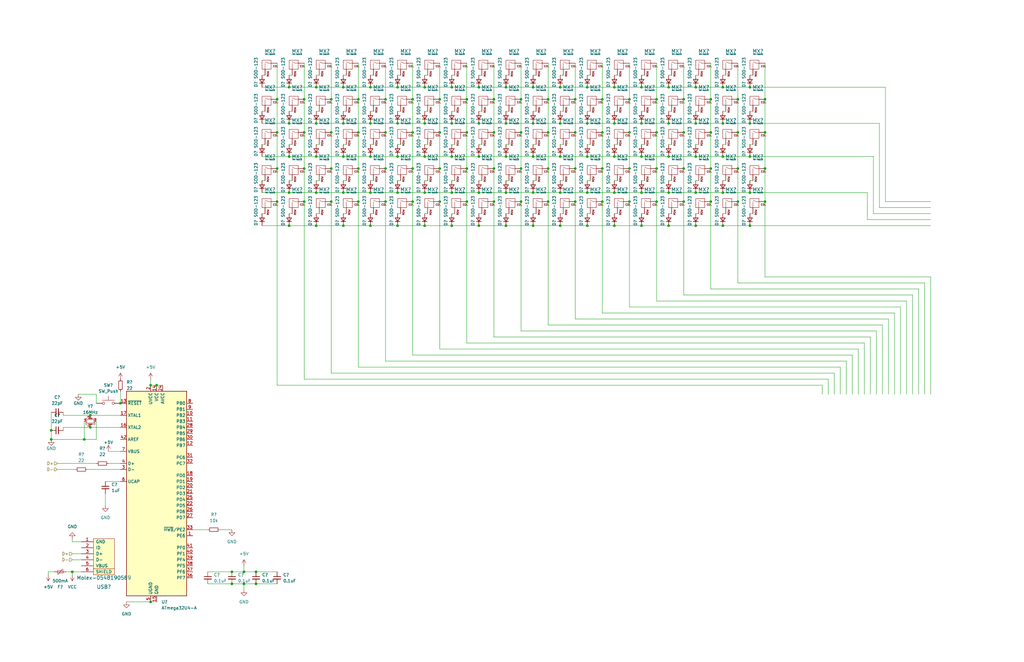
<source format=kicad_sch>
(kicad_sch (version 20211123) (generator eeschema)
  (paper "B")
  (junction (at 162.56 85.09))
  (junction (at 316.23 52.07))
  (junction (at 107.95 241.3))
  (junction (at 50.8 170.18))
  (junction (at 121.92 66.04))
  (junction (at 242.57 85.09))
  (junction (at 133.35 95.25))
  (junction (at 299.72 41.91))
  (junction (at 156.21 52.07))
  (junction (at 254 85.09))
  (junction (at 259.08 81.28))
  (junction (at 121.92 81.28))
  (junction (at 322.58 85.09))
  (junction (at 21.59 185.42))
  (junction (at 144.78 95.25))
  (junction (at 288.29 85.09))
  (junction (at 224.79 52.07))
  (junction (at 201.93 52.07))
  (junction (at 281.94 36.83))
  (junction (at 265.43 85.09))
  (junction (at 293.37 81.28))
  (junction (at 133.35 52.07))
  (junction (at 254 55.88))
  (junction (at 102.87 241.3))
  (junction (at 236.22 52.07))
  (junction (at 179.07 95.25))
  (junction (at 259.08 52.07))
  (junction (at 247.65 81.28))
  (junction (at 270.51 36.83))
  (junction (at 128.27 85.09))
  (junction (at 276.86 55.88))
  (junction (at 293.37 36.83))
  (junction (at 201.93 81.28))
  (junction (at 270.51 81.28))
  (junction (at 173.99 55.88))
  (junction (at 242.57 55.88))
  (junction (at 162.56 41.91))
  (junction (at 162.56 71.12))
  (junction (at 247.65 36.83))
  (junction (at 293.37 95.25))
  (junction (at 270.51 52.07))
  (junction (at 293.37 66.04))
  (junction (at 281.94 81.28))
  (junction (at 304.8 81.28))
  (junction (at 151.13 71.12))
  (junction (at 304.8 66.04))
  (junction (at 190.5 52.07))
  (junction (at 30.48 241.3))
  (junction (at 196.85 85.09))
  (junction (at 38.1 180.34))
  (junction (at 139.7 41.91))
  (junction (at 201.93 36.83))
  (junction (at 190.5 36.83))
  (junction (at 151.13 85.09))
  (junction (at 173.99 85.09))
  (junction (at 179.07 66.04))
  (junction (at 293.37 52.07))
  (junction (at 185.42 41.91))
  (junction (at 167.64 52.07))
  (junction (at 236.22 36.83))
  (junction (at 316.23 66.04))
  (junction (at 196.85 41.91))
  (junction (at 231.14 55.88))
  (junction (at 133.35 81.28))
  (junction (at 288.29 71.12))
  (junction (at 265.43 41.91))
  (junction (at 116.84 55.88))
  (junction (at 299.72 85.09))
  (junction (at 156.21 66.04))
  (junction (at 254 41.91))
  (junction (at 304.8 95.25))
  (junction (at 281.94 66.04))
  (junction (at 276.86 85.09))
  (junction (at 133.35 66.04))
  (junction (at 208.28 55.88))
  (junction (at 247.65 52.07))
  (junction (at 107.95 246.38))
  (junction (at 224.79 81.28))
  (junction (at 276.86 71.12))
  (junction (at 254 71.12))
  (junction (at 322.58 41.91))
  (junction (at 156.21 81.28))
  (junction (at 213.36 36.83))
  (junction (at 281.94 95.25))
  (junction (at 167.64 36.83))
  (junction (at 208.28 71.12))
  (junction (at 173.99 41.91))
  (junction (at 316.23 95.25))
  (junction (at 144.78 66.04))
  (junction (at 128.27 41.91))
  (junction (at 304.8 36.83))
  (junction (at 196.85 55.88))
  (junction (at 316.23 81.28))
  (junction (at 190.5 81.28))
  (junction (at 133.35 36.83))
  (junction (at 116.84 85.09))
  (junction (at 116.84 41.91))
  (junction (at 102.87 246.38))
  (junction (at 21.59 181.61))
  (junction (at 247.65 95.25))
  (junction (at 156.21 95.25))
  (junction (at 259.08 66.04))
  (junction (at 128.27 55.88))
  (junction (at 63.5 162.56))
  (junction (at 213.36 81.28))
  (junction (at 128.27 71.12))
  (junction (at 242.57 41.91))
  (junction (at 116.84 71.12))
  (junction (at 231.14 71.12))
  (junction (at 208.28 85.09))
  (junction (at 162.56 55.88))
  (junction (at 121.92 95.25))
  (junction (at 219.71 85.09))
  (junction (at 219.71 55.88))
  (junction (at 167.64 81.28))
  (junction (at 66.04 162.56))
  (junction (at 179.07 81.28))
  (junction (at 201.93 66.04))
  (junction (at 276.86 41.91))
  (junction (at 265.43 71.12))
  (junction (at 139.7 71.12))
  (junction (at 121.92 36.83))
  (junction (at 185.42 55.88))
  (junction (at 259.08 95.25))
  (junction (at 236.22 95.25))
  (junction (at 288.29 41.91))
  (junction (at 299.72 71.12))
  (junction (at 270.51 66.04))
  (junction (at 213.36 66.04))
  (junction (at 281.94 52.07))
  (junction (at 231.14 85.09))
  (junction (at 201.93 95.25))
  (junction (at 311.15 85.09))
  (junction (at 231.14 41.91))
  (junction (at 311.15 55.88))
  (junction (at 219.71 41.91))
  (junction (at 265.43 55.88))
  (junction (at 236.22 81.28))
  (junction (at 144.78 36.83))
  (junction (at 190.5 66.04))
  (junction (at 185.42 85.09))
  (junction (at 299.72 55.88))
  (junction (at 156.21 36.83))
  (junction (at 311.15 41.91))
  (junction (at 97.79 241.3))
  (junction (at 151.13 41.91))
  (junction (at 35.56 185.42))
  (junction (at 167.64 66.04))
  (junction (at 322.58 71.12))
  (junction (at 213.36 95.25))
  (junction (at 139.7 55.88))
  (junction (at 270.51 95.25))
  (junction (at 208.28 41.91))
  (junction (at 144.78 81.28))
  (junction (at 242.57 71.12))
  (junction (at 179.07 52.07))
  (junction (at 38.1 175.26))
  (junction (at 185.42 71.12))
  (junction (at 173.99 71.12))
  (junction (at 121.92 52.07))
  (junction (at 247.65 66.04))
  (junction (at 224.79 66.04))
  (junction (at 151.13 55.88))
  (junction (at 167.64 95.25))
  (junction (at 139.7 85.09))
  (junction (at 144.78 52.07))
  (junction (at 236.22 66.04))
  (junction (at 196.85 71.12))
  (junction (at 304.8 52.07))
  (junction (at 322.58 55.88))
  (junction (at 316.23 36.83))
  (junction (at 213.36 52.07))
  (junction (at 63.5 254))
  (junction (at 224.79 36.83))
  (junction (at 259.08 36.83))
  (junction (at 288.29 55.88))
  (junction (at 219.71 71.12))
  (junction (at 179.07 36.83))
  (junction (at 224.79 95.25))
  (junction (at 190.5 95.25))
  (junction (at 311.15 71.12))
  (junction (at 97.79 246.38))
  (wire (pts (xy 213.36 52.07) (xy 224.79 52.07)))
  (wire (pts (xy 364.49 144.78) (xy 364.49 166.37)))
  (wire (pts (xy 265.43 85.09) (xy 265.43 129.54)))
  (wire (pts (xy 259.08 81.28) (xy 270.51 81.28)))
  (wire (pts (xy 304.8 66.04) (xy 316.23 66.04)))
  (wire (pts (xy 121.92 36.83) (xy 133.35 36.83)))
  (wire (pts (xy 247.65 46.99) (xy 248.92 46.99)))
  (wire (pts (xy 190.5 66.04) (xy 201.93 66.04)))
  (wire (pts (xy 121.92 81.28) (xy 133.35 81.28)))
  (wire (pts (xy 281.94 52.07) (xy 293.37 52.07)))
  (wire (pts (xy 224.79 52.07) (xy 236.22 52.07)))
  (wire (pts (xy 151.13 85.09) (xy 151.13 154.94)))
  (wire (pts (xy 265.43 26.67) (xy 265.43 41.91)))
  (wire (pts (xy 110.49 66.04) (xy 121.92 66.04)))
  (wire (pts (xy 213.36 36.83) (xy 224.79 36.83)))
  (wire (pts (xy 293.37 90.17) (xy 294.64 90.17)))
  (wire (pts (xy 276.86 55.88) (xy 276.86 71.12)))
  (wire (pts (xy 236.22 46.99) (xy 237.49 46.99)))
  (wire (pts (xy 44.45 203.2) (xy 50.8 203.2)))
  (wire (pts (xy 179.07 60.96) (xy 180.34 60.96)))
  (wire (pts (xy 208.28 71.12) (xy 208.28 85.09)))
  (wire (pts (xy 144.78 60.96) (xy 146.05 60.96)))
  (wire (pts (xy 107.95 241.3) (xy 116.84 241.3)))
  (wire (pts (xy 392.43 116.84) (xy 392.43 166.37)))
  (wire (pts (xy 24.13 198.12) (xy 31.75 198.12)))
  (wire (pts (xy 196.85 26.67) (xy 196.85 41.91)))
  (wire (pts (xy 167.64 60.96) (xy 168.91 60.96)))
  (wire (pts (xy 213.36 95.25) (xy 224.79 95.25)))
  (wire (pts (xy 247.65 31.75) (xy 248.92 31.75)))
  (wire (pts (xy 128.27 41.91) (xy 128.27 55.88)))
  (wire (pts (xy 259.08 66.04) (xy 270.51 66.04)))
  (wire (pts (xy 231.14 137.16) (xy 372.11 137.16)))
  (wire (pts (xy 35.56 185.42) (xy 21.59 185.42)))
  (wire (pts (xy 173.99 71.12) (xy 173.99 85.09)))
  (wire (pts (xy 144.78 90.17) (xy 146.05 90.17)))
  (wire (pts (xy 288.29 41.91) (xy 288.29 55.88)))
  (wire (pts (xy 288.29 55.88) (xy 288.29 71.12)))
  (wire (pts (xy 121.92 31.75) (xy 123.19 31.75)))
  (wire (pts (xy 34.29 228.6) (xy 30.48 228.6)))
  (wire (pts (xy 367.03 142.24) (xy 367.03 166.37)))
  (wire (pts (xy 304.8 95.25) (xy 316.23 95.25)))
  (wire (pts (xy 173.99 85.09) (xy 173.99 149.86)))
  (wire (pts (xy 24.13 195.58) (xy 40.64 195.58)))
  (wire (pts (xy 133.35 76.2) (xy 134.62 76.2)))
  (wire (pts (xy 208.28 26.67) (xy 208.28 41.91)))
  (wire (pts (xy 311.15 85.09) (xy 311.15 119.38)))
  (wire (pts (xy 359.41 149.86) (xy 359.41 166.37)))
  (wire (pts (xy 316.23 31.75) (xy 317.5 31.75)))
  (wire (pts (xy 236.22 90.17) (xy 237.49 90.17)))
  (wire (pts (xy 224.79 66.04) (xy 236.22 66.04)))
  (wire (pts (xy 173.99 41.91) (xy 173.99 55.88)))
  (wire (pts (xy 133.35 52.07) (xy 144.78 52.07)))
  (wire (pts (xy 259.08 31.75) (xy 260.35 31.75)))
  (wire (pts (xy 144.78 52.07) (xy 156.21 52.07)))
  (wire (pts (xy 351.79 157.48) (xy 351.79 166.37)))
  (wire (pts (xy 201.93 52.07) (xy 213.36 52.07)))
  (wire (pts (xy 254 85.09) (xy 254 132.08)))
  (wire (pts (xy 81.28 223.52) (xy 87.63 223.52)))
  (wire (pts (xy 219.71 55.88) (xy 219.71 71.12)))
  (wire (pts (xy 236.22 52.07) (xy 247.65 52.07)))
  (wire (pts (xy 316.23 60.96) (xy 317.5 60.96)))
  (wire (pts (xy 144.78 46.99) (xy 146.05 46.99)))
  (wire (pts (xy 116.84 41.91) (xy 116.84 55.88)))
  (wire (pts (xy 201.93 76.2) (xy 203.2 76.2)))
  (wire (pts (xy 254 26.67) (xy 254 41.91)))
  (wire (pts (xy 87.63 246.38) (xy 97.79 246.38)))
  (wire (pts (xy 389.89 119.38) (xy 389.89 166.37)))
  (wire (pts (xy 316.23 36.83) (xy 373.38 36.83)))
  (wire (pts (xy 190.5 52.07) (xy 201.93 52.07)))
  (wire (pts (xy 270.51 36.83) (xy 281.94 36.83)))
  (wire (pts (xy 365.76 81.28) (xy 365.76 92.71)))
  (wire (pts (xy 254 71.12) (xy 254 85.09)))
  (wire (pts (xy 179.07 81.28) (xy 190.5 81.28)))
  (wire (pts (xy 151.13 41.91) (xy 151.13 55.88)))
  (wire (pts (xy 299.72 41.91) (xy 299.72 55.88)))
  (wire (pts (xy 281.94 46.99) (xy 283.21 46.99)))
  (wire (pts (xy 247.65 81.28) (xy 259.08 81.28)))
  (wire (pts (xy 293.37 76.2) (xy 294.64 76.2)))
  (wire (pts (xy 110.49 52.07) (xy 121.92 52.07)))
  (wire (pts (xy 156.21 31.75) (xy 157.48 31.75)))
  (wire (pts (xy 121.92 66.04) (xy 133.35 66.04)))
  (wire (pts (xy 270.51 95.25) (xy 281.94 95.25)))
  (wire (pts (xy 144.78 31.75) (xy 146.05 31.75)))
  (wire (pts (xy 133.35 66.04) (xy 144.78 66.04)))
  (wire (pts (xy 304.8 31.75) (xy 306.07 31.75)))
  (wire (pts (xy 167.64 81.28) (xy 179.07 81.28)))
  (wire (pts (xy 293.37 46.99) (xy 294.64 46.99)))
  (wire (pts (xy 293.37 60.96) (xy 294.64 60.96)))
  (wire (pts (xy 365.76 92.71) (xy 392.43 92.71)))
  (wire (pts (xy 254 55.88) (xy 254 71.12)))
  (wire (pts (xy 201.93 81.28) (xy 213.36 81.28)))
  (wire (pts (xy 38.1 180.34) (xy 50.8 180.34)))
  (wire (pts (xy 121.92 46.99) (xy 123.19 46.99)))
  (wire (pts (xy 33.02 166.37) (xy 40.64 166.37)))
  (wire (pts (xy 281.94 36.83) (xy 293.37 36.83)))
  (wire (pts (xy 133.35 46.99) (xy 134.62 46.99)))
  (wire (pts (xy 40.64 177.8) (xy 40.64 185.42)))
  (wire (pts (xy 224.79 60.96) (xy 226.06 60.96)))
  (wire (pts (xy 224.79 90.17) (xy 226.06 90.17)))
  (wire (pts (xy 92.71 223.52) (xy 97.79 223.52)))
  (wire (pts (xy 231.14 26.67) (xy 231.14 41.91)))
  (wire (pts (xy 144.78 36.83) (xy 156.21 36.83)))
  (wire (pts (xy 139.7 41.91) (xy 139.7 55.88)))
  (wire (pts (xy 349.25 160.02) (xy 349.25 166.37)))
  (wire (pts (xy 270.51 90.17) (xy 271.78 90.17)))
  (wire (pts (xy 265.43 55.88) (xy 265.43 71.12)))
  (wire (pts (xy 116.84 71.12) (xy 116.84 85.09)))
  (wire (pts (xy 128.27 85.09) (xy 128.27 160.02)))
  (wire (pts (xy 133.35 31.75) (xy 134.62 31.75)))
  (wire (pts (xy 121.92 52.07) (xy 133.35 52.07)))
  (wire (pts (xy 107.95 246.38) (xy 116.84 246.38)))
  (wire (pts (xy 247.65 95.25) (xy 259.08 95.25)))
  (wire (pts (xy 231.14 85.09) (xy 231.14 137.16)))
  (wire (pts (xy 377.19 132.08) (xy 377.19 166.37)))
  (wire (pts (xy 231.14 41.91) (xy 231.14 55.88)))
  (wire (pts (xy 34.29 241.3) (xy 30.48 241.3)))
  (wire (pts (xy 201.93 36.83) (xy 213.36 36.83)))
  (wire (pts (xy 190.5 81.28) (xy 201.93 81.28)))
  (wire (pts (xy 102.87 246.38) (xy 102.87 248.92)))
  (wire (pts (xy 259.08 90.17) (xy 260.35 90.17)))
  (wire (pts (xy 208.28 85.09) (xy 208.28 142.24)))
  (wire (pts (xy 373.38 85.09) (xy 392.43 85.09)))
  (wire (pts (xy 26.67 173.99) (xy 26.67 175.26)))
  (wire (pts (xy 304.8 90.17) (xy 306.07 90.17)))
  (wire (pts (xy 316.23 95.25) (xy 392.43 95.25)))
  (wire (pts (xy 190.5 90.17) (xy 191.77 90.17)))
  (wire (pts (xy 167.64 36.83) (xy 179.07 36.83)))
  (wire (pts (xy 259.08 46.99) (xy 260.35 46.99)))
  (wire (pts (xy 196.85 71.12) (xy 196.85 85.09)))
  (wire (pts (xy 224.79 76.2) (xy 226.06 76.2)))
  (wire (pts (xy 231.14 55.88) (xy 231.14 71.12)))
  (wire (pts (xy 281.94 31.75) (xy 283.21 31.75)))
  (wire (pts (xy 368.3 66.04) (xy 368.3 90.17)))
  (wire (pts (xy 87.63 241.3) (xy 97.79 241.3)))
  (wire (pts (xy 30.48 241.3) (xy 27.94 241.3)))
  (wire (pts (xy 259.08 52.07) (xy 270.51 52.07)))
  (wire (pts (xy 346.71 162.56) (xy 346.71 166.37)))
  (wire (pts (xy 66.04 162.56) (xy 68.58 162.56)))
  (wire (pts (xy 379.73 129.54) (xy 379.73 166.37)))
  (wire (pts (xy 316.23 81.28) (xy 365.76 81.28)))
  (wire (pts (xy 236.22 81.28) (xy 247.65 81.28)))
  (wire (pts (xy 128.27 160.02) (xy 349.25 160.02)))
  (wire (pts (xy 208.28 41.91) (xy 208.28 55.88)))
  (wire (pts (xy 185.42 147.32) (xy 361.95 147.32)))
  (wire (pts (xy 201.93 46.99) (xy 203.2 46.99)))
  (wire (pts (xy 213.36 81.28) (xy 224.79 81.28)))
  (wire (pts (xy 102.87 238.76) (xy 102.87 241.3)))
  (wire (pts (xy 213.36 46.99) (xy 214.63 46.99)))
  (wire (pts (xy 34.29 236.22) (xy 30.48 236.22)))
  (wire (pts (xy 162.56 85.09) (xy 162.56 152.4)))
  (wire (pts (xy 144.78 76.2) (xy 146.05 76.2)))
  (wire (pts (xy 167.64 95.25) (xy 179.07 95.25)))
  (wire (pts (xy 219.71 71.12) (xy 219.71 85.09)))
  (wire (pts (xy 224.79 46.99) (xy 226.06 46.99)))
  (wire (pts (xy 144.78 81.28) (xy 156.21 81.28)))
  (wire (pts (xy 311.15 71.12) (xy 311.15 85.09)))
  (wire (pts (xy 304.8 76.2) (xy 306.07 76.2)))
  (wire (pts (xy 304.8 46.99) (xy 306.07 46.99)))
  (wire (pts (xy 304.8 52.07) (xy 316.23 52.07)))
  (wire (pts (xy 265.43 71.12) (xy 265.43 85.09)))
  (wire (pts (xy 156.21 52.07) (xy 167.64 52.07)))
  (wire (pts (xy 179.07 90.17) (xy 180.34 90.17)))
  (wire (pts (xy 316.23 46.99) (xy 317.5 46.99)))
  (wire (pts (xy 139.7 157.48) (xy 351.79 157.48)))
  (wire (pts (xy 361.95 147.32) (xy 361.95 166.37)))
  (wire (pts (xy 196.85 55.88) (xy 196.85 71.12)))
  (wire (pts (xy 254 132.08) (xy 377.19 132.08)))
  (wire (pts (xy 173.99 26.67) (xy 173.99 41.91)))
  (wire (pts (xy 167.64 52.07) (xy 179.07 52.07)))
  (wire (pts (xy 190.5 60.96) (xy 191.77 60.96)))
  (wire (pts (xy 179.07 66.04) (xy 190.5 66.04)))
  (wire (pts (xy 139.7 85.09) (xy 139.7 157.48)))
  (wire (pts (xy 208.28 55.88) (xy 208.28 71.12)))
  (wire (pts (xy 259.08 36.83) (xy 270.51 36.83)))
  (wire (pts (xy 20.32 241.3) (xy 20.32 242.57)))
  (wire (pts (xy 276.86 26.67) (xy 276.86 41.91)))
  (wire (pts (xy 316.23 90.17) (xy 317.5 90.17)))
  (wire (pts (xy 21.59 181.61) (xy 21.59 185.42)))
  (wire (pts (xy 281.94 90.17) (xy 283.21 90.17)))
  (wire (pts (xy 190.5 76.2) (xy 191.77 76.2)))
  (wire (pts (xy 121.92 90.17) (xy 123.19 90.17)))
  (wire (pts (xy 242.57 26.67) (xy 242.57 41.91)))
  (wire (pts (xy 201.93 95.25) (xy 213.36 95.25)))
  (wire (pts (xy 190.5 31.75) (xy 191.77 31.75)))
  (wire (pts (xy 322.58 85.09) (xy 322.58 116.84)))
  (wire (pts (xy 299.72 71.12) (xy 299.72 85.09)))
  (wire (pts (xy 133.35 81.28) (xy 144.78 81.28)))
  (wire (pts (xy 156.21 95.25) (xy 167.64 95.25)))
  (wire (pts (xy 179.07 36.83) (xy 190.5 36.83)))
  (wire (pts (xy 144.78 66.04) (xy 156.21 66.04)))
  (wire (pts (xy 35.56 177.8) (xy 35.56 185.42)))
  (wire (pts (xy 236.22 60.96) (xy 237.49 60.96)))
  (wire (pts (xy 190.5 95.25) (xy 201.93 95.25)))
  (wire (pts (xy 224.79 36.83) (xy 236.22 36.83)))
  (wire (pts (xy 201.93 66.04) (xy 213.36 66.04)))
  (wire (pts (xy 156.21 76.2) (xy 157.48 76.2)))
  (wire (pts (xy 354.33 154.94) (xy 354.33 166.37)))
  (wire (pts (xy 369.57 139.7) (xy 369.57 166.37)))
  (wire (pts (xy 270.51 52.07) (xy 281.94 52.07)))
  (wire (pts (xy 311.15 26.67) (xy 311.15 41.91)))
  (wire (pts (xy 40.64 185.42) (xy 35.56 185.42)))
  (wire (pts (xy 185.42 85.09) (xy 185.42 147.32)))
  (wire (pts (xy 110.49 76.2) (xy 111.76 76.2)))
  (wire (pts (xy 97.79 241.3) (xy 102.87 241.3)))
  (wire (pts (xy 276.86 127) (xy 382.27 127)))
  (wire (pts (xy 299.72 85.09) (xy 299.72 121.92)))
  (wire (pts (xy 121.92 60.96) (xy 123.19 60.96)))
  (wire (pts (xy 128.27 26.67) (xy 128.27 41.91)))
  (wire (pts (xy 128.27 71.12) (xy 128.27 85.09)))
  (wire (pts (xy 370.84 52.07) (xy 370.84 87.63)))
  (wire (pts (xy 270.51 66.04) (xy 281.94 66.04)))
  (wire (pts (xy 156.21 81.28) (xy 167.64 81.28)))
  (wire (pts (xy 311.15 41.91) (xy 311.15 55.88)))
  (wire (pts (xy 151.13 26.67) (xy 151.13 41.91)))
  (wire (pts (xy 50.8 165.1) (xy 50.8 170.18)))
  (wire (pts (xy 110.49 90.17) (xy 111.76 90.17)))
  (wire (pts (xy 26.67 180.34) (xy 38.1 180.34)))
  (wire (pts (xy 254 41.91) (xy 254 55.88)))
  (wire (pts (xy 224.79 31.75) (xy 226.06 31.75)))
  (wire (pts (xy 185.42 41.91) (xy 185.42 55.88)))
  (wire (pts (xy 387.35 121.92) (xy 387.35 166.37)))
  (wire (pts (xy 242.57 41.91) (xy 242.57 55.88)))
  (wire (pts (xy 322.58 55.88) (xy 322.58 71.12)))
  (wire (pts (xy 110.49 60.96) (xy 111.76 60.96)))
  (wire (pts (xy 156.21 90.17) (xy 157.48 90.17)))
  (wire (pts (xy 196.85 41.91) (xy 196.85 55.88)))
  (wire (pts (xy 213.36 76.2) (xy 214.63 76.2)))
  (wire (pts (xy 304.8 60.96) (xy 306.07 60.96)))
  (wire (pts (xy 270.51 81.28) (xy 281.94 81.28)))
  (wire (pts (xy 265.43 129.54) (xy 379.73 129.54)))
  (wire (pts (xy 185.42 55.88) (xy 185.42 71.12)))
  (wire (pts (xy 179.07 46.99) (xy 180.34 46.99)))
  (wire (pts (xy 167.64 66.04) (xy 179.07 66.04)))
  (wire (pts (xy 22.86 241.3) (xy 20.32 241.3)))
  (wire (pts (xy 293.37 36.83) (xy 304.8 36.83)))
  (wire (pts (xy 196.85 85.09) (xy 196.85 144.78)))
  (wire (pts (xy 293.37 31.75) (xy 294.64 31.75)))
  (wire (pts (xy 201.93 90.17) (xy 203.2 90.17)))
  (wire (pts (xy 21.59 173.99) (xy 21.59 181.61)))
  (wire (pts (xy 288.29 124.46) (xy 384.81 124.46)))
  (wire (pts (xy 242.57 85.09) (xy 242.57 134.62)))
  (wire (pts (xy 167.64 31.75) (xy 168.91 31.75)))
  (wire (pts (xy 259.08 60.96) (xy 260.35 60.96)))
  (wire (pts (xy 162.56 152.4) (xy 356.87 152.4)))
  (wire (pts (xy 162.56 41.91) (xy 162.56 55.88)))
  (wire (pts (xy 63.5 254) (xy 66.04 254)))
  (wire (pts (xy 382.27 127) (xy 382.27 166.37)))
  (wire (pts (xy 270.51 76.2) (xy 271.78 76.2)))
  (wire (pts (xy 265.43 41.91) (xy 265.43 55.88)))
  (wire (pts (xy 213.36 60.96) (xy 214.63 60.96)))
  (wire (pts (xy 304.8 81.28) (xy 316.23 81.28)))
  (wire (pts (xy 276.86 41.91) (xy 276.86 55.88)))
  (wire (pts (xy 224.79 81.28) (xy 236.22 81.28)))
  (wire (pts (xy 242.57 71.12) (xy 242.57 85.09)))
  (wire (pts (xy 190.5 46.99) (xy 191.77 46.99)))
  (wire (pts (xy 213.36 90.17) (xy 214.63 90.17)))
  (wire (pts (xy 247.65 36.83) (xy 259.08 36.83)))
  (wire (pts (xy 201.93 60.96) (xy 203.2 60.96)))
  (wire (pts (xy 156.21 66.04) (xy 167.64 66.04)))
  (wire (pts (xy 276.86 71.12) (xy 276.86 85.09)))
  (wire (pts (xy 293.37 81.28) (xy 304.8 81.28)))
  (wire (pts (xy 151.13 71.12) (xy 151.13 85.09)))
  (wire (pts (xy 384.81 124.46) (xy 384.81 166.37)))
  (wire (pts (xy 299.72 121.92) (xy 387.35 121.92)))
  (wire (pts (xy 299.72 26.67) (xy 299.72 41.91)))
  (wire (pts (xy 368.3 90.17) (xy 392.43 90.17)))
  (wire (pts (xy 213.36 31.75) (xy 214.63 31.75)))
  (wire (pts (xy 156.21 36.83) (xy 167.64 36.83)))
  (wire (pts (xy 322.58 41.91) (xy 322.58 55.88)))
  (wire (pts (xy 26.67 175.26) (xy 38.1 175.26)))
  (wire (pts (xy 121.92 76.2) (xy 123.19 76.2)))
  (wire (pts (xy 190.5 36.83) (xy 201.93 36.83)))
  (wire (pts (xy 167.64 76.2) (xy 168.91 76.2)))
  (wire (pts (xy 259.08 76.2) (xy 260.35 76.2)))
  (wire (pts (xy 288.29 71.12) (xy 288.29 85.09)))
  (wire (pts (xy 133.35 90.17) (xy 134.62 90.17)))
  (wire (pts (xy 311.15 119.38) (xy 389.89 119.38)))
  (wire (pts (xy 179.07 52.07) (xy 190.5 52.07)))
  (wire (pts (xy 97.79 246.38) (xy 102.87 246.38)))
  (wire (pts (xy 40.64 170.18) (xy 40.64 166.37)))
  (wire (pts (xy 259.08 95.25) (xy 270.51 95.25)))
  (wire (pts (xy 162.56 26.67) (xy 162.56 41.91)))
  (wire (pts (xy 356.87 152.4) (xy 356.87 166.37)))
  (wire (pts (xy 179.07 95.25) (xy 190.5 95.25)))
  (wire (pts (xy 242.57 134.62) (xy 374.65 134.62)))
  (wire (pts (xy 179.07 31.75) (xy 180.34 31.75)))
  (wire (pts (xy 36.83 198.12) (xy 50.8 198.12)))
  (wire (pts (xy 316.23 76.2) (xy 317.5 76.2)))
  (wire (pts (xy 236.22 66.04) (xy 247.65 66.04)))
  (wire (pts (xy 110.49 81.28) (xy 121.92 81.28)))
  (wire (pts (xy 219.71 85.09) (xy 219.71 139.7)))
  (wire (pts (xy 293.37 66.04) (xy 304.8 66.04)))
  (wire (pts (xy 44.45 208.28) (xy 44.45 213.36)))
  (wire (pts (xy 322.58 71.12) (xy 322.58 85.09)))
  (wire (pts (xy 293.37 95.25) (xy 304.8 95.25)))
  (wire (pts (xy 162.56 55.88) (xy 162.56 71.12)))
  (wire (pts (xy 167.64 46.99) (xy 168.91 46.99)))
  (wire (pts (xy 102.87 241.3) (xy 107.95 241.3)))
  (wire (pts (xy 281.94 95.25) (xy 293.37 95.25)))
  (wire (pts (xy 185.42 26.67) (xy 185.42 41.91)))
  (wire (pts (xy 63.5 160.02) (xy 63.5 162.56)))
  (wire (pts (xy 116.84 26.67) (xy 116.84 41.91)))
  (wire (pts (xy 26.67 180.34) (xy 26.67 181.61)))
  (wire (pts (xy 201.93 31.75) (xy 203.2 31.75)))
  (wire (pts (xy 128.27 55.88) (xy 128.27 71.12)))
  (wire (pts (xy 270.51 60.96) (xy 271.78 60.96)))
  (wire (pts (xy 219.71 26.67) (xy 219.71 41.91)))
  (wire (pts (xy 185.42 71.12) (xy 185.42 85.09)))
  (wire (pts (xy 247.65 60.96) (xy 248.92 60.96)))
  (wire (pts (xy 151.13 55.88) (xy 151.13 71.12)))
  (wire (pts (xy 110.49 36.83) (xy 121.92 36.83)))
  (wire (pts (xy 63.5 162.56) (xy 66.04 162.56)))
  (wire (pts (xy 102.87 246.38) (xy 107.95 246.38)))
  (wire (pts (xy 288.29 85.09) (xy 288.29 124.46)))
  (wire (pts (xy 281.94 60.96) (xy 283.21 60.96)))
  (wire (pts (xy 45.72 195.58) (xy 50.8 195.58)))
  (wire (pts (xy 247.65 76.2) (xy 248.92 76.2)))
  (wire (pts (xy 156.21 60.96) (xy 157.48 60.96)))
  (wire (pts (xy 116.84 162.56) (xy 346.71 162.56)))
  (wire (pts (xy 219.71 139.7) (xy 369.57 139.7)))
  (wire (pts (xy 53.34 254) (xy 63.5 254)))
  (wire (pts (xy 219.71 41.91) (xy 219.71 55.88)))
  (wire (pts (xy 179.07 76.2) (xy 180.34 76.2)))
  (wire (pts (xy 139.7 26.67) (xy 139.7 41.91)))
  (wire (pts (xy 196.85 144.78) (xy 364.49 144.78)))
  (wire (pts (xy 110.49 95.25) (xy 121.92 95.25)))
  (wire (pts (xy 372.11 137.16) (xy 372.11 166.37)))
  (wire (pts (xy 236.22 95.25) (xy 247.65 95.25)))
  (wire (pts (xy 110.49 31.75) (xy 111.76 31.75)))
  (wire (pts (xy 373.38 36.83) (xy 373.38 85.09)))
  (wire (pts (xy 38.1 175.26) (xy 50.8 175.26)))
  (wire (pts (xy 316.23 66.04) (xy 368.3 66.04)))
  (wire (pts (xy 247.65 90.17) (xy 248.92 90.17)))
  (wire (pts (xy 162.56 71.12) (xy 162.56 85.09)))
  (wire (pts (xy 133.35 60.96) (xy 134.62 60.96)))
  (wire (pts (xy 139.7 71.12) (xy 139.7 85.09)))
  (wire (pts (xy 110.49 46.99) (xy 111.76 46.99)))
  (wire (pts (xy 121.92 95.25) (xy 133.35 95.25)))
  (wire (pts (xy 236.22 31.75) (xy 237.49 31.75)))
  (wire (pts (xy 299.72 55.88) (xy 299.72 71.12)))
  (wire (pts (xy 242.57 55.88) (xy 242.57 71.12)))
  (wire (pts (xy 370.84 87.63) (xy 392.43 87.63)))
  (wire (pts (xy 173.99 55.88) (xy 173.99 71.12)))
  (wire (pts (xy 144.78 95.25) (xy 156.21 95.25)))
  (wire (pts (xy 139.7 55.88) (xy 139.7 71.12)))
  (wire (pts (xy 276.86 85.09) (xy 276.86 127)))
  (wire (pts (xy 281.94 76.2) (xy 283.21 76.2)))
  (wire (pts (xy 167.64 90.17) (xy 168.91 90.17)))
  (wire (pts (xy 374.65 134.62) (xy 374.65 166.37)))
  (wire (pts (xy 270.51 31.75) (xy 271.78 31.75)))
  (wire (pts (xy 133.35 95.25) (xy 144.78 95.25)))
  (wire (pts (xy 173.99 149.86) (xy 359.41 149.86)))
  (wire (pts (xy 281.94 81.28) (xy 293.37 81.28)))
  (wire (pts (xy 30.48 242.57) (xy 30.48 241.3)))
  (wire (pts (xy 116.84 85.09) (xy 116.84 162.56)))
  (wire (pts (xy 45.72 190.5) (xy 50.8 190.5)))
  (wire (pts (xy 30.48 228.6) (xy 30.48 227.33)))
  (wire (pts (xy 247.65 66.04) (xy 259.08 66.04)))
  (wire (pts (xy 151.13 154.94) (xy 354.33 154.94)))
  (wire (pts (xy 213.36 66.04) (xy 224.79 66.04)))
  (wire (pts (xy 311.15 55.88) (xy 311.15 71.12)))
  (wire (pts (xy 247.65 52.07) (xy 259.08 52.07)))
  (wire (pts (xy 322.58 116.84) (xy 392.43 116.84)))
  (wire (pts (xy 156.21 46.99) (xy 157.48 46.99)))
  (wire (pts (xy 281.94 66.04) (xy 293.37 66.04)))
  (wire (pts (xy 116.84 55.88) (xy 116.84 71.12)))
  (wire (pts (xy 304.8 36.83) (xy 316.23 36.83)))
  (wire (pts (xy 288.29 26.67) (xy 288.29 41.91)))
  (wire (pts (xy 133.35 36.83) (xy 144.78 36.83)))
  (wire (pts (xy 224.79 95.25) (xy 236.22 95.25)))
  (wire (pts (xy 236.22 76.2) (xy 237.49 76.2)))
  (wire (pts (xy 236.22 36.83) (xy 247.65 36.83)))
  (wire (pts (xy 322.58 26.67) (xy 322.58 41.91)))
  (wire (pts (xy 34.29 233.68) (xy 30.48 233.68)))
  (wire (pts (xy 231.14 71.12) (xy 231.14 85.09)))
  (wire (pts (xy 270.51 46.99) (xy 271.78 46.99)))
  (wire (pts (xy 316.23 52.07) (xy 370.84 52.07)))
  (wire (pts (xy 208.28 142.24) (xy 367.03 142.24)))
  (wire (pts (xy 293.37 52.07) (xy 304.8 52.07)))
  (hierarchical_label "D-" (shape input) (at 30.48 236.22 180))
  (hierarchical_label "D-" (shape input) (at 24.13 198.12 180))
  (hierarchical_label "D+" (shape input) (at 30.48 233.68 180))
  (hierarchical_label "D+" (shape input) (at 24.13 195.58 180))
  (symbol (lib_id "Device:D_Small") (at 110.49 63.5 90) (unit 1)
    (property "Reference" "D?" (at 107.95 63.5 0) (effects (justify right)))
    (property "Value" "SOD-123" (at 107.95 53.34 0) (effects (justify right)))
  )
  (symbol (lib_id "MX_Alps_Hybrid:MX-NoLED") (at 124.46 43.18 0) (unit 1)
    (property "Reference" "MX?" (at 125.3456 36.83 0) (effects (font (size 1.524 1.524))))
    (property "Value" "MX-NoLED" (at 125.3456 38.1 0) (effects (font (size 0.508 0.508))))
  )
  (symbol (lib_id "Device:D_Small") (at 144.78 78.74 90) (unit 1)
    (property "Reference" "D?" (at 142.24 78.74 0) (effects (justify right)))
    (property "Value" "SOD-123" (at 142.24 68.58 0) (effects (justify right)))
  )
  (symbol (lib_id "power:+5V") (at 20.32 242.57 180) (unit 1)
    (property "Reference" "#PWR?" (effects hide))
    (property "Value" "+5V" (at 20.32 247.65 0))
  )
  (symbol (lib_id "Device:D_Small") (at 121.92 49.53 90) (unit 1)
    (property "Reference" "D?" (at 119.38 49.53 0) (effects (justify right)))
    (property "Value" "SOD-123" (at 119.38 39.37 0) (effects (justify right)))
  )
  (symbol (lib_id "Device:D_Small") (at 224.79 78.74 90) (unit 1)
    (property "Reference" "D?" (at 222.25 78.74 0) (effects (justify right)))
    (property "Value" "SOD-123" (at 222.25 68.58 0) (effects (justify right)))
  )
  (symbol (lib_id "Device:D_Small") (at 247.65 78.74 90) (unit 1)
    (property "Reference" "D?" (at 245.11 78.74 0) (effects (justify right)))
    (property "Value" "SOD-123" (at 245.11 68.58 0) (effects (justify right)))
  )
  (symbol (lib_id "power:+5V") (at 45.72 190.5 0) (unit 1)
    (property "Reference" "#PWR?" (effects hide))
    (property "Value" "+5V" (at 45.72 186.69 0))
  )
  (symbol (lib_id "MX_Alps_Hybrid:MX-NoLED") (at 181.61 43.18 0) (unit 1)
    (property "Reference" "MX?" (at 182.4956 36.83 0) (effects (font (size 1.524 1.524))))
    (property "Value" "MX-NoLED" (at 182.4956 38.1 0) (effects (font (size 0.508 0.508))))
  )
  (symbol (lib_id "power:+5V") (at 102.87 238.76 0) (unit 1)
    (property "Reference" "#PWR?" (effects hide))
    (property "Value" "+5V" (at 102.87 233.68 0))
  )
  (symbol (lib_id "Device:D_Small") (at 156.21 63.5 90) (unit 1)
    (property "Reference" "D?" (at 153.67 63.5 0) (effects (justify right)))
    (property "Value" "SOD-123" (at 153.67 53.34 0) (effects (justify right)))
  )
  (symbol (lib_id "Device:D_Small") (at 316.23 78.74 90) (unit 1)
    (property "Reference" "D?" (at 313.69 78.74 0) (effects (justify right)))
    (property "Value" "SOD-123" (at 313.69 68.58 0) (effects (justify right)))
  )
  (symbol (lib_id "Device:D_Small") (at 281.94 92.71 90) (unit 1)
    (property "Reference" "D?" (at 279.4 92.71 0) (effects (justify right)))
    (property "Value" "SOD-123" (at 279.4 82.55 0) (effects (justify right)))
  )
  (symbol (lib_id "Switch:SW_Push") (at 45.72 170.18 0) (unit 1)
    (property "Reference" "SW?" (at 45.72 162.56 0))
    (property "Value" "SW_Push" (at 45.72 165.1 0))
  )
  (symbol (lib_id "Device:D_Small") (at 293.37 34.29 90) (unit 1)
    (property "Reference" "D?" (at 290.83 34.29 0) (effects (justify right)))
    (property "Value" "SOD-123" (at 290.83 24.13 0) (effects (justify right)))
  )
  (symbol (lib_id "MX_Alps_Hybrid:MX-NoLED") (at 250.19 27.94 0) (unit 1)
    (property "Reference" "MX?" (at 251.0756 21.59 0) (effects (font (size 1.524 1.524))))
    (property "Value" "MX-NoLED" (at 251.0756 22.86 0) (effects (font (size 0.508 0.508))))
  )
  (symbol (lib_id "MX_Alps_Hybrid:MX-NoLED") (at 250.19 57.15 0) (unit 1)
    (property "Reference" "MX?" (at 251.0756 50.8 0) (effects (font (size 1.524 1.524))))
    (property "Value" "MX-NoLED" (at 251.0756 52.07 0) (effects (font (size 0.508 0.508))))
  )
  (symbol (lib_id "MCU_Microchip_ATmega:ATmega32U4-A") (at 66.04 208.28 0) (unit 1)
    (property "Reference" "U?" (at 68.0594 254 0) (effects (justify left)))
    (property "Value" "ATmega32U4-A" (at 68.0594 256.54 0) (effects (justify left)))
    (property "Footprint" "Package_QFP:TQFP-44_10x10mm_P0.8mm" (effects hide))
    (property "Datasheet" "http://ww1.microchip.com/downloads/en/DeviceDoc/Atmel-7766-8-bit-AVR-ATmega16U4-32U4_Datasheet.pdf" (effects hide))
  )
  (symbol (lib_id "Device:D_Small") (at 156.21 49.53 90) (unit 1)
    (property "Reference" "D?" (at 153.67 49.53 0) (effects (justify right)))
    (property "Value" "SOD-123" (at 153.67 39.37 0) (effects (justify right)))
  )
  (symbol (lib_id "MX_Alps_Hybrid:MX-NoLED") (at 158.75 86.36 0) (unit 1)
    (property "Reference" "MX?" (at 159.6356 80.01 0) (effects (font (size 1.524 1.524))))
    (property "Value" "MX-NoLED" (at 159.6356 81.28 0) (effects (font (size 0.508 0.508))))
  )
  (symbol (lib_id "MX_Alps_Hybrid:MX-NoLED") (at 147.32 27.94 0) (unit 1)
    (property "Reference" "MX?" (at 148.2056 21.59 0) (effects (font (size 1.524 1.524))))
    (property "Value" "MX-NoLED" (at 148.2056 22.86 0) (effects (font (size 0.508 0.508))))
  )
  (symbol (lib_id "Device:D_Small") (at 213.36 78.74 90) (unit 1)
    (property "Reference" "D?" (at 210.82 78.74 0) (effects (justify right)))
    (property "Value" "SOD-123" (at 210.82 68.58 0) (effects (justify right)))
  )
  (symbol (lib_id "Device:D_Small") (at 304.8 63.5 90) (unit 1)
    (property "Reference" "D?" (at 302.26 63.5 0) (effects (justify right)))
    (property "Value" "SOD-123" (at 302.26 53.34 0) (effects (justify right)))
  )
  (symbol (lib_id "MX_Alps_Hybrid:MX-NoLED") (at 261.62 27.94 0) (unit 1)
    (property "Reference" "MX?" (at 262.5056 21.59 0) (effects (font (size 1.524 1.524))))
    (property "Value" "MX-NoLED" (at 262.5056 22.86 0) (effects (font (size 0.508 0.508))))
  )
  (symbol (lib_id "MX_Alps_Hybrid:MX-NoLED") (at 318.77 86.36 0) (unit 1)
    (property "Reference" "MX?" (at 319.6556 80.01 0) (effects (font (size 1.524 1.524))))
    (property "Value" "MX-NoLED" (at 319.6556 81.28 0) (effects (font (size 0.508 0.508))))
  )
  (symbol (lib_id "MX_Alps_Hybrid:MX-NoLED") (at 204.47 57.15 0) (unit 1)
    (property "Reference" "MX?" (at 205.3556 50.8 0) (effects (font (size 1.524 1.524))))
    (property "Value" "MX-NoLED" (at 205.3556 52.07 0) (effects (font (size 0.508 0.508))))
  )
  (symbol (lib_id "Device:D_Small") (at 190.5 78.74 90) (unit 1)
    (property "Reference" "D?" (at 187.96 78.74 0) (effects (justify right)))
    (property "Value" "SOD-123" (at 187.96 68.58 0) (effects (justify right)))
  )
  (symbol (lib_id "Device:D_Small") (at 167.64 78.74 90) (unit 1)
    (property "Reference" "D?" (at 165.1 78.74 0) (effects (justify right)))
    (property "Value" "SOD-123" (at 165.1 68.58 0) (effects (justify right)))
  )
  (symbol (lib_id "MX_Alps_Hybrid:MX-NoLED") (at 295.91 72.39 0) (unit 1)
    (property "Reference" "MX?" (at 296.7956 66.04 0) (effects (font (size 1.524 1.524))))
    (property "Value" "MX-NoLED" (at 296.7956 67.31 0) (effects (font (size 0.508 0.508))))
  )
  (symbol (lib_id "MX_Alps_Hybrid:MX-NoLED") (at 284.48 86.36 0) (unit 1)
    (property "Reference" "MX?" (at 285.3656 80.01 0) (effects (font (size 1.524 1.524))))
    (property "Value" "MX-NoLED" (at 285.3656 81.28 0) (effects (font (size 0.508 0.508))))
  )
  (symbol (lib_id "MX_Alps_Hybrid:MX-NoLED") (at 181.61 86.36 0) (unit 1)
    (property "Reference" "MX?" (at 182.4956 80.01 0) (effects (font (size 1.524 1.524))))
    (property "Value" "MX-NoLED" (at 182.4956 81.28 0) (effects (font (size 0.508 0.508))))
  )
  (symbol (lib_id "Device:D_Small") (at 144.78 49.53 90) (unit 1)
    (property "Reference" "D?" (at 142.24 49.53 0) (effects (justify right)))
    (property "Value" "SOD-123" (at 142.24 39.37 0) (effects (justify right)))
  )
  (symbol (lib_id "MX_Alps_Hybrid:MX-NoLED") (at 193.04 27.94 0) (unit 1)
    (property "Reference" "MX?" (at 193.9256 21.59 0) (effects (font (size 1.524 1.524))))
    (property "Value" "MX-NoLED" (at 193.9256 22.86 0) (effects (font (size 0.508 0.508))))
  )
  (symbol (lib_id "Device:D_Small") (at 224.79 92.71 90) (unit 1)
    (property "Reference" "D?" (at 222.25 92.71 0) (effects (justify right)))
    (property "Value" "SOD-123" (at 222.25 82.55 0) (effects (justify right)))
  )
  (symbol (lib_id "power:GND") (at 21.59 185.42 0) (unit 1)
    (property "Reference" "#PWR?" (effects hide))
    (property "Value" "GND" (at 21.59 189.23 0))
  )
  (symbol (lib_id "Device:C_Small") (at 87.63 243.84 0) (unit 1)
    (property "Reference" "C?" (at 90.17 242.5762 0) (effects (justify left)))
    (property "Value" "0.1uF" (at 90.17 245.1162 0) (effects (justify left)))
  )
  (symbol (lib_id "Device:D_Small") (at 224.79 49.53 90) (unit 1)
    (property "Reference" "D?" (at 222.25 49.53 0) (effects (justify right)))
    (property "Value" "SOD-123" (at 222.25 39.37 0) (effects (justify right)))
  )
  (symbol (lib_id "Device:D_Small") (at 156.21 92.71 90) (unit 1)
    (property "Reference" "D?" (at 153.67 92.71 0) (effects (justify right)))
    (property "Value" "SOD-123" (at 153.67 82.55 0) (effects (justify right)))
  )
  (symbol (lib_id "MX_Alps_Hybrid:MX-NoLED") (at 273.05 72.39 0) (unit 1)
    (property "Reference" "MX?" (at 273.9356 66.04 0) (effects (font (size 1.524 1.524))))
    (property "Value" "MX-NoLED" (at 273.9356 67.31 0) (effects (font (size 0.508 0.508))))
  )
  (symbol (lib_id "Device:D_Small") (at 201.93 49.53 90) (unit 1)
    (property "Reference" "D?" (at 199.39 49.53 0) (effects (justify right)))
    (property "Value" "SOD-123" (at 199.39 39.37 0) (effects (justify right)))
  )
  (symbol (lib_id "Device:D_Small") (at 213.36 34.29 90) (unit 1)
    (property "Reference" "D?" (at 210.82 34.29 0) (effects (justify right)))
    (property "Value" "SOD-123" (at 210.82 24.13 0) (effects (justify right)))
  )
  (symbol (lib_id "Device:D_Small") (at 281.94 49.53 90) (unit 1)
    (property "Reference" "D?" (at 279.4 49.53 0) (effects (justify right)))
    (property "Value" "SOD-123" (at 279.4 39.37 0) (effects (justify right)))
  )
  (symbol (lib_id "MX_Alps_Hybrid:MX-NoLED") (at 295.91 57.15 0) (unit 1)
    (property "Reference" "MX?" (at 296.7956 50.8 0) (effects (font (size 1.524 1.524))))
    (property "Value" "MX-NoLED" (at 296.7956 52.07 0) (effects (font (size 0.508 0.508))))
  )
  (symbol (lib_id "Device:D_Small") (at 316.23 63.5 90) (unit 1)
    (property "Reference" "D?" (at 313.69 63.5 0) (effects (justify right)))
    (property "Value" "SOD-123" (at 313.69 53.34 0) (effects (justify right)))
  )
  (symbol (lib_id "Device:D_Small") (at 236.22 92.71 90) (unit 1)
    (property "Reference" "D?" (at 233.68 92.71 0) (effects (justify right)))
    (property "Value" "SOD-123" (at 233.68 82.55 0) (effects (justify right)))
  )
  (symbol (lib_id "MX_Alps_Hybrid:MX-NoLED") (at 181.61 27.94 0) (unit 1)
    (property "Reference" "MX?" (at 182.4956 21.59 0) (effects (font (size 1.524 1.524))))
    (property "Value" "MX-NoLED" (at 182.4956 22.86 0) (effects (font (size 0.508 0.508))))
  )
  (symbol (lib_id "MX_Alps_Hybrid:MX-NoLED") (at 124.46 86.36 0) (unit 1)
    (property "Reference" "MX?" (at 125.3456 80.01 0) (effects (font (size 1.524 1.524))))
    (property "Value" "MX-NoLED" (at 125.3456 81.28 0) (effects (font (size 0.508 0.508))))
  )
  (symbol (lib_id "Device:D_Small") (at 247.65 92.71 90) (unit 1)
    (property "Reference" "D?" (at 245.11 92.71 0) (effects (justify right)))
    (property "Value" "SOD-123" (at 245.11 82.55 0) (effects (justify right)))
  )
  (symbol (lib_id "Device:Crystal_GND24_Small") (at 38.1 177.8 90) (unit 1)
    (property "Reference" "Y?" (at 38.1 171.45 90))
    (property "Value" "16MHz" (at 38.1 173.99 90))
  )
  (symbol (lib_id "Device:D_Small") (at 236.22 34.29 90) (unit 1)
    (property "Reference" "D?" (at 233.68 34.29 0) (effects (justify right)))
    (property "Value" "SOD-123" (at 233.68 24.13 0) (effects (justify right)))
  )
  (symbol (lib_id "Device:D_Small") (at 201.93 92.71 90) (unit 1)
    (property "Reference" "D?" (at 199.39 92.71 0) (effects (justify right)))
    (property "Value" "SOD-123" (at 199.39 82.55 0) (effects (justify right)))
  )
  (symbol (lib_id "Device:D_Small") (at 190.5 92.71 90) (unit 1)
    (property "Reference" "D?" (at 187.96 92.71 0) (effects (justify right)))
    (property "Value" "SOD-123" (at 187.96 82.55 0) (effects (justify right)))
  )
  (symbol (lib_id "Device:D_Small") (at 247.65 34.29 90) (unit 1)
    (property "Reference" "D?" (at 245.11 34.29 0) (effects (justify right)))
    (property "Value" "SOD-123" (at 245.11 24.13 0) (effects (justify right)))
  )
  (symbol (lib_id "Device:D_Small") (at 236.22 63.5 90) (unit 1)
    (property "Reference" "D?" (at 233.68 63.5 0) (effects (justify right)))
    (property "Value" "SOD-123" (at 233.68 53.34 0) (effects (justify right)))
  )
  (symbol (lib_id "Device:C_Small") (at 97.79 243.84 0) (unit 1)
    (property "Reference" "C?" (at 100.33 242.5762 0) (effects (justify left)))
    (property "Value" "0.1uF" (at 100.33 245.1162 0) (effects (justify left)))
  )
  (symbol (lib_id "Device:D_Small") (at 133.35 49.53 90) (unit 1)
    (property "Reference" "D?" (at 130.81 49.53 0) (effects (justify right)))
    (property "Value" "SOD-123" (at 130.81 39.37 0) (effects (justify right)))
  )
  (symbol (lib_id "MX_Alps_Hybrid:MX-NoLED") (at 170.18 72.39 0) (unit 1)
    (property "Reference" "MX?" (at 171.0656 66.04 0) (effects (font (size 1.524 1.524))))
    (property "Value" "MX-NoLED" (at 171.0656 67.31 0) (effects (font (size 0.508 0.508))))
  )
  (symbol (lib_id "Device:D_Small") (at 156.21 34.29 90) (unit 1)
    (property "Reference" "D?" (at 153.67 34.29 0) (effects (justify right)))
    (property "Value" "SOD-123" (at 153.67 24.13 0) (effects (justify right)))
  )
  (symbol (lib_id "MX_Alps_Hybrid:MX-NoLED") (at 170.18 27.94 0) (unit 1)
    (property "Reference" "MX?" (at 171.0656 21.59 0) (effects (font (size 1.524 1.524))))
    (property "Value" "MX-NoLED" (at 171.0656 22.86 0) (effects (font (size 0.508 0.508))))
  )
  (symbol (lib_id "Device:D_Small") (at 316.23 49.53 90) (unit 1)
    (property "Reference" "D?" (at 313.69 49.53 0) (effects (justify right)))
    (property "Value" "SOD-123" (at 313.69 39.37 0) (effects (justify right)))
  )
  (symbol (lib_id "Device:D_Small") (at 167.64 63.5 90) (unit 1)
    (property "Reference" "D?" (at 165.1 63.5 0) (effects (justify right)))
    (property "Value" "SOD-123" (at 165.1 53.34 0) (effects (justify right)))
  )
  (symbol (lib_id "Device:D_Small") (at 304.8 34.29 90) (unit 1)
    (property "Reference" "D?" (at 302.26 34.29 0) (effects (justify right)))
    (property "Value" "SOD-123" (at 302.26 24.13 0) (effects (justify right)))
  )
  (symbol (lib_id "MX_Alps_Hybrid:MX-NoLED") (at 284.48 43.18 0) (unit 1)
    (property "Reference" "MX?" (at 285.3656 36.83 0) (effects (font (size 1.524 1.524))))
    (property "Value" "MX-NoLED" (at 285.3656 38.1 0) (effects (font (size 0.508 0.508))))
  )
  (symbol (lib_id "MX_Alps_Hybrid:MX-NoLED") (at 170.18 43.18 0) (unit 1)
    (property "Reference" "MX?" (at 171.0656 36.83 0) (effects (font (size 1.524 1.524))))
    (property "Value" "MX-NoLED" (at 171.0656 38.1 0) (effects (font (size 0.508 0.508))))
  )
  (symbol (lib_id "MX_Alps_Hybrid:MX-NoLED") (at 170.18 57.15 0) (unit 1)
    (property "Reference" "MX?" (at 171.0656 50.8 0) (effects (font (size 1.524 1.524))))
    (property "Value" "MX-NoLED" (at 171.0656 52.07 0) (effects (font (size 0.508 0.508))))
  )
  (symbol (lib_id "MX_Alps_Hybrid:MX-NoLED") (at 227.33 57.15 0) (unit 1)
    (property "Reference" "MX?" (at 228.2156 50.8 0) (effects (font (size 1.524 1.524))))
    (property "Value" "MX-NoLED" (at 228.2156 52.07 0) (effects (font (size 0.508 0.508))))
  )
  (symbol (lib_id "MX_Alps_Hybrid:MX-NoLED") (at 318.77 27.94 0) (unit 1)
    (property "Reference" "MX?" (at 319.6556 21.59 0) (effects (font (size 1.524 1.524))))
    (property "Value" "MX-NoLED" (at 319.6556 22.86 0) (effects (font (size 0.508 0.508))))
  )
  (symbol (lib_id "Device:C_Small") (at 24.13 181.61 90) (unit 1)
    (property "Reference" "C?" (at 24.1363 175.26 90))
    (property "Value" "22pF" (at 24.13 177.8 90))
  )
  (symbol (lib_id "Device:D_Small") (at 179.07 63.5 90) (unit 1)
    (property "Reference" "D?" (at 176.53 63.5 0) (effects (justify right)))
    (property "Value" "SOD-123" (at 176.53 53.34 0) (effects (justify right)))
  )
  (symbol (lib_id "Device:D_Small") (at 270.51 49.53 90) (unit 1)
    (property "Reference" "D?" (at 267.97 49.53 0) (effects (justify right)))
    (property "Value" "SOD-123" (at 267.97 39.37 0) (effects (justify right)))
  )
  (symbol (lib_id "MX_Alps_Hybrid:MX-NoLED") (at 284.48 27.94 0) (unit 1)
    (property "Reference" "MX?" (at 285.3656 21.59 0) (effects (font (size 1.524 1.524))))
    (property "Value" "MX-NoLED" (at 285.3656 22.86 0) (effects (font (size 0.508 0.508))))
  )
  (symbol (lib_id "Device:D_Small") (at 224.79 34.29 90) (unit 1)
    (property "Reference" "D?" (at 222.25 34.29 0) (effects (justify right)))
    (property "Value" "SOD-123" (at 222.25 24.13 0) (effects (justify right)))
  )
  (symbol (lib_id "MX_Alps_Hybrid:MX-NoLED") (at 318.77 43.18 0) (unit 1)
    (property "Reference" "MX?" (at 319.6556 36.83 0) (effects (font (size 1.524 1.524))))
    (property "Value" "MX-NoLED" (at 319.6556 38.1 0) (effects (font (size 0.508 0.508))))
  )
  (symbol (lib_id "MX_Alps_Hybrid:MX-NoLED") (at 238.76 86.36 0) (unit 1)
    (property "Reference" "MX?" (at 239.6456 80.01 0) (effects (font (size 1.524 1.524))))
    (property "Value" "MX-NoLED" (at 239.6456 81.28 0) (effects (font (size 0.508 0.508))))
  )
  (symbol (lib_id "Device:D_Small") (at 293.37 63.5 90) (unit 1)
    (property "Reference" "D?" (at 290.83 63.5 0) (effects (justify right)))
    (property "Value" "SOD-123" (at 290.83 53.34 0) (effects (justify right)))
  )
  (symbol (lib_id "Device:D_Small") (at 316.23 92.71 90) (unit 1)
    (property "Reference" "D?" (at 313.69 92.71 0) (effects (justify right)))
    (property "Value" "SOD-123" (at 313.69 82.55 0) (effects (justify right)))
  )
  (symbol (lib_id "Device:D_Small") (at 190.5 34.29 90) (unit 1)
    (property "Reference" "D?" (at 187.96 34.29 0) (effects (justify right)))
    (property "Value" "SOD-123" (at 187.96 24.13 0) (effects (justify right)))
  )
  (symbol (lib_id "Device:D_Small") (at 144.78 92.71 90) (unit 1)
    (property "Reference" "D?" (at 142.24 92.71 0) (effects (justify right)))
    (property "Value" "SOD-123" (at 142.24 82.55 0) (effects (justify right)))
  )
  (symbol (lib_id "Device:D_Small") (at 167.64 34.29 90) (unit 1)
    (property "Reference" "D?" (at 165.1 34.29 0) (effects (justify right)))
    (property "Value" "SOD-123" (at 165.1 24.13 0) (effects (justify right)))
  )
  (symbol (lib_id "Device:D_Small") (at 121.92 63.5 90) (unit 1)
    (property "Reference" "D?" (at 119.38 63.5 0) (effects (justify right)))
    (property "Value" "SOD-123" (at 119.38 53.34 0) (effects (justify right)))
  )
  (symbol (lib_id "MX_Alps_Hybrid:MX-NoLED") (at 147.32 72.39 0) (unit 1)
    (property "Reference" "MX?" (at 148.2056 66.04 0) (effects (font (size 1.524 1.524))))
    (property "Value" "MX-NoLED" (at 148.2056 67.31 0) (effects (font (size 0.508 0.508))))
  )
  (symbol (lib_id "MX_Alps_Hybrid:MX-NoLED") (at 318.77 72.39 0) (unit 1)
    (property "Reference" "MX?" (at 319.6556 66.04 0) (effects (font (size 1.524 1.524))))
    (property "Value" "MX-NoLED" (at 319.6556 67.31 0) (effects (font (size 0.508 0.508))))
  )
  (symbol (lib_id "MX_Alps_Hybrid:MX-NoLED") (at 135.89 27.94 0) (unit 1)
    (property "Reference" "MX?" (at 136.7756 21.59 0) (effects (font (size 1.524 1.524))))
    (property "Value" "MX-NoLED" (at 136.7756 22.86 0) (effects (font (size 0.508 0.508))))
  )
  (symbol (lib_id "MX_Alps_Hybrid:MX-NoLED") (at 135.89 86.36 0) (unit 1)
    (property "Reference" "MX?" (at 136.7756 80.01 0) (effects (font (size 1.524 1.524))))
    (property "Value" "MX-NoLED" (at 136.7756 81.28 0) (effects (font (size 0.508 0.508))))
  )
  (symbol (lib_id "Device:D_Small") (at 179.07 92.71 90) (unit 1)
    (property "Reference" "D?" (at 176.53 92.71 0) (effects (justify right)))
    (property "Value" "SOD-123" (at 176.53 82.55 0) (effects (justify right)))
  )
  (symbol (lib_id "MX_Alps_Hybrid:MX-NoLED") (at 307.34 27.94 0) (unit 1)
    (property "Reference" "MX?" (at 308.2256 21.59 0) (effects (font (size 1.524 1.524))))
    (property "Value" "MX-NoLED" (at 308.2256 22.86 0) (effects (font (size 0.508 0.508))))
  )
  (symbol (lib_id "Device:D_Small") (at 144.78 34.29 90) (unit 1)
    (property "Reference" "D?" (at 142.24 34.29 0) (effects (justify right)))
    (property "Value" "SOD-123" (at 142.24 24.13 0) (effects (justify right)))
  )
  (symbol (lib_id "Device:D_Small") (at 270.51 78.74 90) (unit 1)
    (property "Reference" "D?" (at 267.97 78.74 0) (effects (justify right)))
    (property "Value" "SOD-123" (at 267.97 68.58 0) (effects (justify right)))
  )
  (symbol (lib_id "MX_Alps_Hybrid:MX-NoLED") (at 250.19 86.36 0) (unit 1)
    (property "Reference" "MX?" (at 251.0756 80.01 0) (effects (font (size 1.524 1.524))))
    (property "Value" "MX-NoLED" (at 251.0756 81.28 0) (effects (font (size 0.508 0.508))))
  )
  (symbol (lib_id "power:GND") (at 97.79 223.52 0) (unit 1)
    (property "Reference" "#PWR?" (effects hide))
    (property "Value" "GND" (at 97.79 228.6 0))
  )
  (symbol (lib_id "MX_Alps_Hybrid:MX-NoLED") (at 113.03 27.94 0) (unit 1)
    (property "Reference" "MX?" (at 113.9156 21.59 0) (effects (font (size 1.524 1.524))))
    (property "Value" "MX-NoLED" (at 113.9156 22.86 0) (effects (font (size 0.508 0.508))))
  )
  (symbol (lib_id "MX_Alps_Hybrid:MX-NoLED") (at 113.03 86.36 0) (unit 1)
    (property "Reference" "MX?" (at 113.9156 80.01 0) (effects (font (size 1.524 1.524))))
    (property "Value" "MX-NoLED" (at 113.9156 81.28 0) (effects (font (size 0.508 0.508))))
  )
  (symbol (lib_id "MX_Alps_Hybrid:MX-NoLED") (at 238.76 57.15 0) (unit 1)
    (property "Reference" "MX?" (at 239.6456 50.8 0) (effects (font (size 1.524 1.524))))
    (property "Value" "MX-NoLED" (at 239.6456 52.07 0) (effects (font (size 0.508 0.508))))
  )
  (symbol (lib_id "Device:Polyfuse_Small") (at 25.4 241.3 270) (unit 1)
    (property "Reference" "F?" (at 25.4 247.65 90))
    (property "Value" "500mA" (at 25.4 245.11 90))
  )
  (symbol (lib_id "Device:D_Small") (at 133.35 34.29 90) (unit 1)
    (property "Reference" "D?" (at 130.81 34.29 0) (effects (justify right)))
    (property "Value" "SOD-123" (at 130.81 24.13 0) (effects (justify right)))
  )
  (symbol (lib_id "Device:D_Small") (at 236.22 49.53 90) (unit 1)
    (property "Reference" "D?" (at 233.68 49.53 0) (effects (justify right)))
    (property "Value" "SOD-123" (at 233.68 39.37 0) (effects (justify right)))
  )
  (symbol (lib_id "Device:D_Small") (at 121.92 78.74 90) (unit 1)
    (property "Reference" "D?" (at 119.38 78.74 0) (effects (justify right)))
    (property "Value" "SOD-123" (at 119.38 68.58 0) (effects (justify right)))
  )
  (symbol (lib_id "Device:D_Small") (at 179.07 34.29 90) (unit 1)
    (property "Reference" "D?" (at 176.53 34.29 0) (effects (justify right)))
    (property "Value" "SOD-123" (at 176.53 24.13 0) (effects (justify right)))
  )
  (symbol (lib_id "MX_Alps_Hybrid:MX-NoLED") (at 307.34 43.18 0) (unit 1)
    (property "Reference" "MX?" (at 308.2256 36.83 0) (effects (font (size 1.524 1.524))))
    (property "Value" "MX-NoLED" (at 308.2256 38.1 0) (effects (font (size 0.508 0.508))))
  )
  (symbol (lib_id "MX_Alps_Hybrid:MX-NoLED") (at 284.48 72.39 0) (unit 1)
    (property "Reference" "MX?" (at 285.3656 66.04 0) (effects (font (size 1.524 1.524))))
    (property "Value" "MX-NoLED" (at 285.3656 67.31 0) (effects (font (size 0.508 0.508))))
  )
  (symbol (lib_id "Device:D_Small") (at 121.92 34.29 90) (unit 1)
    (property "Reference" "D?" (at 119.38 34.29 0) (effects (justify right)))
    (property "Value" "SOD-123" (at 119.38 24.13 0) (effects (justify right)))
  )
  (symbol (lib_id "Device:D_Small") (at 190.5 63.5 90) (unit 1)
    (property "Reference" "D?" (at 187.96 63.5 0) (effects (justify right)))
    (property "Value" "SOD-123" (at 187.96 53.34 0) (effects (justify right)))
  )
  (symbol (lib_id "Device:D_Small") (at 281.94 63.5 90) (unit 1)
    (property "Reference" "D?" (at 279.4 63.5 0) (effects (justify right)))
    (property "Value" "SOD-123" (at 279.4 53.34 0) (effects (justify right)))
  )
  (symbol (lib_id "power:GND") (at 102.87 248.92 0) (unit 1)
    (property "Reference" "#PWR?" (effects hide))
    (property "Value" "GND" (at 102.87 254 0))
  )
  (symbol (lib_id "Device:R_Small") (at 34.29 198.12 90) (unit 1)
    (property "Reference" "R?" (at 34.29 191.77 90))
    (property "Value" "22" (at 34.29 194.31 90))
  )
  (symbol (lib_id "MX_Alps_Hybrid:MX-NoLED") (at 193.04 43.18 0) (unit 1)
    (property "Reference" "MX?" (at 193.9256 36.83 0) (effects (font (size 1.524 1.524))))
    (property "Value" "MX-NoLED" (at 193.9256 38.1 0) (effects (font (size 0.508 0.508))))
  )
  (symbol (lib_id "MX_Alps_Hybrid:MX-NoLED") (at 193.04 57.15 0) (unit 1)
    (property "Reference" "MX?" (at 193.9256 50.8 0) (effects (font (size 1.524 1.524))))
    (property "Value" "MX-NoLED" (at 193.9256 52.07 0) (effects (font (size 0.508 0.508))))
  )
  (symbol (lib_id "Device:D_Small") (at 167.64 49.53 90) (unit 1)
    (property "Reference" "D?" (at 165.1 49.53 0) (effects (justify right)))
    (property "Value" "SOD-123" (at 165.1 39.37 0) (effects (justify right)))
  )
  (symbol (lib_id "MX_Alps_Hybrid:MX-NoLED") (at 261.62 43.18 0) (unit 1)
    (property "Reference" "MX?" (at 262.5056 36.83 0) (effects (font (size 1.524 1.524))))
    (property "Value" "MX-NoLED" (at 262.5056 38.1 0) (effects (font (size 0.508 0.508))))
  )
  (symbol (lib_id "MX_Alps_Hybrid:MX-NoLED") (at 307.34 86.36 0) (unit 1)
    (property "Reference" "MX?" (at 308.2256 80.01 0) (effects (font (size 1.524 1.524))))
    (property "Value" "MX-NoLED" (at 308.2256 81.28 0) (effects (font (size 0.508 0.508))))
  )
  (symbol (lib_id "MX_Alps_Hybrid:MX-NoLED") (at 227.33 27.94 0) (unit 1)
    (property "Reference" "MX?" (at 228.2156 21.59 0) (effects (font (size 1.524 1.524))))
    (property "Value" "MX-NoLED" (at 228.2156 22.86 0) (effects (font (size 0.508 0.508))))
  )
  (symbol (lib_id "Device:D_Small") (at 270.51 34.29 90) (unit 1)
    (property "Reference" "D?" (at 267.97 34.29 0) (effects (justify right)))
    (property "Value" "SOD-123" (at 267.97 24.13 0) (effects (justify right)))
  )
  (symbol (lib_id "MX_Alps_Hybrid:MX-NoLED") (at 227.33 43.18 0) (unit 1)
    (property "Reference" "MX?" (at 228.2156 36.83 0) (effects (font (size 1.524 1.524))))
    (property "Value" "MX-NoLED" (at 228.2156 38.1 0) (effects (font (size 0.508 0.508))))
  )
  (symbol (lib_id "Device:D_Small") (at 259.08 92.71 90) (unit 1)
    (property "Reference" "D?" (at 256.54 92.71 0) (effects (justify right)))
    (property "Value" "SOD-123" (at 256.54 82.55 0) (effects (justify right)))
  )
  (symbol (lib_id "Device:D_Small") (at 121.92 92.71 90) (unit 1)
    (property "Reference" "D?" (at 119.38 92.71 0) (effects (justify right)))
    (property "Value" "SOD-123" (at 119.38 82.55 0) (effects (justify right)))
  )
  (symbol (lib_id "MX_Alps_Hybrid:MX-NoLED") (at 295.91 86.36 0) (unit 1)
    (property "Reference" "MX?" (at 296.7956 80.01 0) (effects (font (size 1.524 1.524))))
    (property "Value" "MX-NoLED" (at 296.7956 81.28 0) (effects (font (size 0.508 0.508))))
  )
  (symbol (lib_id "MX_Alps_Hybrid:MX-NoLED") (at 147.32 43.18 0) (unit 1)
    (property "Reference" "MX?" (at 148.2056 36.83 0) (effects (font (size 1.524 1.524))))
    (property "Value" "MX-NoLED" (at 148.2056 38.1 0) (effects (font (size 0.508 0.508))))
  )
  (symbol (lib_id "Device:D_Small") (at 247.65 49.53 90) (unit 1)
    (property "Reference" "D?" (at 245.11 49.53 0) (effects (justify right)))
    (property "Value" "SOD-123" (at 245.11 39.37 0) (effects (justify right)))
  )
  (symbol (lib_id "MX_Alps_Hybrid:MX-NoLED") (at 227.33 72.39 0) (unit 1)
    (property "Reference" "MX?" (at 228.2156 66.04 0) (effects (font (size 1.524 1.524))))
    (property "Value" "MX-NoLED" (at 228.2156 67.31 0) (effects (font (size 0.508 0.508))))
  )
  (symbol (lib_id "Device:D_Small") (at 213.36 63.5 90) (unit 1)
    (property "Reference" "D?" (at 210.82 63.5 0) (effects (justify right)))
    (property "Value" "SOD-123" (at 210.82 53.34 0) (effects (justify right)))
  )
  (symbol (lib_id "MX_Alps_Hybrid:MX-NoLED") (at 318.77 57.15 0) (unit 1)
    (property "Reference" "MX?" (at 319.6556 50.8 0) (effects (font (size 1.524 1.524))))
    (property "Value" "MX-NoLED" (at 319.6556 52.07 0) (effects (font (size 0.508 0.508))))
  )
  (symbol (lib_id "Device:D_Small") (at 179.07 49.53 90) (unit 1)
    (property "Reference" "D?" (at 176.53 49.53 0) (effects (justify right)))
    (property "Value" "SOD-123" (at 176.53 39.37 0) (effects (justify right)))
  )
  (symbol (lib_id "Device:D_Small") (at 304.8 78.74 90) (unit 1)
    (property "Reference" "D?" (at 302.26 78.74 0) (effects (justify right)))
    (property "Value" "SOD-123" (at 302.26 68.58 0) (effects (justify right)))
  )
  (symbol (lib_id "MX_Alps_Hybrid:MX-NoLED") (at 204.47 43.18 0) (unit 1)
    (property "Reference" "MX?" (at 205.3556 36.83 0) (effects (font (size 1.524 1.524))))
    (property "Value" "MX-NoLED" (at 205.3556 38.1 0) (effects (font (size 0.508 0.508))))
  )
  (symbol (lib_id "MX_Alps_Hybrid:MX-NoLED") (at 158.75 43.18 0) (unit 1)
    (property "Reference" "MX?" (at 159.6356 36.83 0) (effects (font (size 1.524 1.524))))
    (property "Value" "MX-NoLED" (at 159.6356 38.1 0) (effects (font (size 0.508 0.508))))
  )
  (symbol (lib_id "Device:D_Small") (at 213.36 92.71 90) (unit 1)
    (property "Reference" "D?" (at 210.82 92.71 0) (effects (justify right)))
    (property "Value" "SOD-123" (at 210.82 82.55 0) (effects (justify right)))
  )
  (symbol (lib_id "Device:R_Small") (at 50.8 162.56 180) (unit 1)
    (property "Reference" "R?" (at 53.34 161.2899 0) (effects (justify right)))
    (property "Value" "22" (at 53.34 163.8299 0) (effects (justify right)))
  )
  (symbol (lib_id "Device:D_Small") (at 293.37 92.71 90) (unit 1)
    (property "Reference" "D?" (at 290.83 92.71 0) (effects (justify right)))
    (property "Value" "SOD-123" (at 290.83 82.55 0) (effects (justify right)))
  )
  (symbol (lib_id "MX_Alps_Hybrid:MX-NoLED") (at 135.89 57.15 0) (unit 1)
    (property "Reference" "MX?" (at 136.7756 50.8 0) (effects (font (size 1.524 1.524))))
    (property "Value" "MX-NoLED" (at 136.7756 52.07 0) (effects (font (size 0.508 0.508))))
  )
  (symbol (lib_id "MX_Alps_Hybrid:MX-NoLED") (at 124.46 72.39 0) (unit 1)
    (property "Reference" "MX?" (at 125.3456 66.04 0) (effects (font (size 1.524 1.524))))
    (property "Value" "MX-NoLED" (at 125.3456 67.31 0) (effects (font (size 0.508 0.508))))
  )
  (symbol (lib_id "power:GND") (at 53.34 254 0) (unit 1)
    (property "Reference" "#PWR?" (effects hide))
    (property "Value" "GND" (at 53.34 259.08 0))
  )
  (symbol (lib_id "Device:D_Small") (at 167.64 92.71 90) (unit 1)
    (property "Reference" "D?" (at 165.1 92.71 0) (effects (justify right)))
    (property "Value" "SOD-123" (at 165.1 82.55 0) (effects (justify right)))
  )
  (symbol (lib_id "Device:D_Small") (at 259.08 78.74 90) (unit 1)
    (property "Reference" "D?" (at 256.54 78.74 0) (effects (justify right)))
    (property "Value" "SOD-123" (at 256.54 68.58 0) (effects (justify right)))
  )
  (symbol (lib_id "power:+5V") (at 50.8 160.02 0) (unit 1)
    (property "Reference" "#PWR?" (effects hide))
    (property "Value" "+5V" (at 50.8 154.94 0))
  )
  (symbol (lib_id "Device:R_Small") (at 90.17 223.52 90) (unit 1)
    (property "Reference" "R?" (at 90.17 217.17 90))
    (property "Value" "10k" (at 90.17 219.71 90))
  )
  (symbol (lib_id "MX_Alps_Hybrid:MX-NoLED") (at 181.61 72.39 0) (unit 1)
    (property "Reference" "MX?" (at 182.4956 66.04 0) (effects (font (size 1.524 1.524))))
    (property "Value" "MX-NoLED" (at 182.4956 67.31 0) (effects (font (size 0.508 0.508))))
  )
  (symbol (lib_id "Device:D_Small") (at 304.8 92.71 90) (unit 1)
    (property "Reference" "D?" (at 302.26 92.71 0) (effects (justify right)))
    (property "Value" "SOD-123" (at 302.26 82.55 0) (effects (justify right)))
  )
  (symbol (lib_id "MX_Alps_Hybrid:MX-NoLED") (at 204.47 86.36 0) (unit 1)
    (property "Reference" "MX?" (at 205.3556 80.01 0) (effects (font (size 1.524 1.524))))
    (property "Value" "MX-NoLED" (at 205.3556 81.28 0) (effects (font (size 0.508 0.508))))
  )
  (symbol (lib_id "power:+5V") (at 63.5 160.02 0) (unit 1)
    (property "Reference" "#PWR?" (effects hide))
    (property "Value" "+5V" (at 63.5 154.94 0))
  )
  (symbol (lib_id "MX_Alps_Hybrid:MX-NoLED") (at 295.91 43.18 0) (unit 1)
    (property "Reference" "MX?" (at 296.7956 36.83 0) (effects (font (size 1.524 1.524))))
    (property "Value" "MX-NoLED" (at 296.7956 38.1 0) (effects (font (size 0.508 0.508))))
  )
  (symbol (lib_id "Device:D_Small") (at 281.94 34.29 90) (unit 1)
    (property "Reference" "D?" (at 279.4 34.29 0) (effects (justify right)))
    (property "Value" "SOD-123" (at 279.4 24.13 0) (effects (justify right)))
  )
  (symbol (lib_id "MX_Alps_Hybrid:MX-NoLED") (at 170.18 86.36 0) (unit 1)
    (property "Reference" "MX?" (at 171.0656 80.01 0) (effects (font (size 1.524 1.524))))
    (property "Value" "MX-NoLED" (at 171.0656 81.28 0) (effects (font (size 0.508 0.508))))
  )
  (symbol (lib_id "power:VCC") (at 30.48 242.57 180) (unit 1)
    (property "Reference" "#PWR?" (effects hide))
    (property "Value" "VCC" (at 30.48 247.65 0))
  )
  (symbol (lib_id "MX_Alps_Hybrid:MX-NoLED") (at 135.89 43.18 0) (unit 1)
    (property "Reference" "MX?" (at 136.7756 36.83 0) (effects (font (size 1.524 1.524))))
    (property "Value" "MX-NoLED" (at 136.7756 38.1 0) (effects (font (size 0.508 0.508))))
  )
  (symbol (lib_id "MX_Alps_Hybrid:MX-NoLED") (at 193.04 86.36 0) (unit 1)
    (property "Reference" "MX?" (at 193.9256 80.01 0) (effects (font (size 1.524 1.524))))
    (property "Value" "MX-NoLED" (at 193.9256 81.28 0) (effects (font (size 0.508 0.508))))
  )
  (symbol (lib_id "power:GND") (at 33.02 166.37 0) (unit 1)
    (property "Reference" "#PWR?" (effects hide))
    (property "Value" "GND" (at 33.02 170.18 0))
  )
  (symbol (lib_id "MX_Alps_Hybrid:MX-NoLED") (at 204.47 27.94 0) (unit 1)
    (property "Reference" "MX?" (at 205.3556 21.59 0) (effects (font (size 1.524 1.524))))
    (property "Value" "MX-NoLED" (at 205.3556 22.86 0) (effects (font (size 0.508 0.508))))
  )
  (symbol (lib_id "Device:D_Small") (at 270.51 92.71 90) (unit 1)
    (property "Reference" "D?" (at 267.97 92.71 0) (effects (justify right)))
    (property "Value" "SOD-123" (at 267.97 82.55 0) (effects (justify right)))
  )
  (symbol (lib_id "Device:D_Small") (at 156.21 78.74 90) (unit 1)
    (property "Reference" "D?" (at 153.67 78.74 0) (effects (justify right)))
    (property "Value" "SOD-123" (at 153.67 68.58 0) (effects (justify right)))
  )
  (symbol (lib_id "MX_Alps_Hybrid:MX-NoLED") (at 250.19 43.18 0) (unit 1)
    (property "Reference" "MX?" (at 251.0756 36.83 0) (effects (font (size 1.524 1.524))))
    (property "Value" "MX-NoLED" (at 251.0756 38.1 0) (effects (font (size 0.508 0.508))))
  )
  (symbol (lib_id "Device:D_Small") (at 201.93 63.5 90) (unit 1)
    (property "Reference" "D?" (at 199.39 63.5 0) (effects (justify right)))
    (property "Value" "SOD-123" (at 199.39 53.34 0) (effects (justify right)))
  )
  (symbol (lib_id "Device:D_Small") (at 259.08 63.5 90) (unit 1)
    (property "Reference" "D?" (at 256.54 63.5 0) (effects (justify right)))
    (property "Value" "SOD-123" (at 256.54 53.34 0) (effects (justify right)))
  )
  (symbol (lib_id "Device:D_Small") (at 133.35 63.5 90) (unit 1)
    (property "Reference" "D?" (at 130.81 63.5 0) (effects (justify right)))
    (property "Value" "SOD-123" (at 130.81 53.34 0) (effects (justify right)))
  )
  (symbol (lib_id "MX_Alps_Hybrid:MX-NoLED") (at 273.05 57.15 0) (unit 1)
    (property "Reference" "MX?" (at 273.9356 50.8 0) (effects (font (size 1.524 1.524))))
    (property "Value" "MX-NoLED" (at 273.9356 52.07 0) (effects (font (size 0.508 0.508))))
  )
  (symbol (lib_id "Device:D_Small") (at 144.78 63.5 90) (unit 1)
    (property "Reference" "D?" (at 142.24 63.5 0) (effects (justify right)))
    (property "Value" "SOD-123" (at 142.24 53.34 0) (effects (justify right)))
  )
  (symbol (lib_id "MX_Alps_Hybrid:MX-NoLED") (at 284.48 57.15 0) (unit 1)
    (property "Reference" "MX?" (at 285.3656 50.8 0) (effects (font (size 1.524 1.524))))
    (property "Value" "MX-NoLED" (at 285.3656 52.07 0) (effects (font (size 0.508 0.508))))
  )
  (symbol (lib_id "Device:C_Small") (at 107.95 243.84 0) (unit 1)
    (property "Reference" "C?" (at 110.49 242.5762 0) (effects (justify left)))
    (property "Value" "0.1uF" (at 110.49 245.1162 0) (effects (justify left)))
  )
  (symbol (lib_id "Device:C_Small") (at 44.45 205.74 0) (unit 1)
    (property "Reference" "C?" (at 46.99 204.4762 0) (effects (justify left)))
    (property "Value" "1uF" (at 46.99 207.0162 0) (effects (justify left)))
  )
  (symbol (lib_id "MX_Alps_Hybrid:MX-NoLED") (at 113.03 43.18 0) (unit 1)
    (property "Reference" "MX?" (at 113.9156 36.83 0) (effects (font (size 1.524 1.524))))
    (property "Value" "MX-NoLED" (at 113.9156 38.1 0) (effects (font (size 0.508 0.508))))
  )
  (symbol (lib_id "MX_Alps_Hybrid:MX-NoLED") (at 215.9 43.18 0) (unit 1)
    (property "Reference" "MX?" (at 216.7856 36.83 0) (effects (font (size 1.524 1.524))))
    (property "Value" "MX-NoLED" (at 216.7856 38.1 0) (effects (font (size 0.508 0.508))))
  )
  (symbol (lib_id "MX_Alps_Hybrid:MX-NoLED") (at 215.9 57.15 0) (unit 1)
    (property "Reference" "MX?" (at 216.7856 50.8 0) (effects (font (size 1.524 1.524))))
    (property "Value" "MX-NoLED" (at 216.7856 52.07 0) (effects (font (size 0.508 0.508))))
  )
  (symbol (lib_id "Device:D_Small") (at 179.07 78.74 90) (unit 1)
    (property "Reference" "D?" (at 176.53 78.74 0) (effects (justify right)))
    (property "Value" "SOD-123" (at 176.53 68.58 0) (effects (justify right)))
  )
  (symbol (lib_id "MX_Alps_Hybrid:MX-NoLED") (at 215.9 86.36 0) (unit 1)
    (property "Reference" "MX?" (at 216.7856 80.01 0) (effects (font (size 1.524 1.524))))
    (property "Value" "MX-NoLED" (at 216.7856 81.28 0) (effects (font (size 0.508 0.508))))
  )
  (symbol (lib_id "MX_Alps_Hybrid:MX-NoLED") (at 193.04 72.39 0) (unit 1)
    (property "Reference" "MX?" (at 193.9256 66.04 0) (effects (font (size 1.524 1.524))))
    (property "Value" "MX-NoLED" (at 193.9256 67.31 0) (effects (font (size 0.508 0.508))))
  )
  (symbol (lib_id "Device:D_Small") (at 259.08 49.53 90) (unit 1)
    (property "Reference" "D?" (at 256.54 49.53 0) (effects (justify right)))
    (property "Value" "SOD-123" (at 256.54 39.37 0) (effects (justify right)))
  )
  (symbol (lib_id "Device:D_Small") (at 201.93 78.74 90) (unit 1)
    (property "Reference" "D?" (at 199.39 78.74 0) (effects (justify right)))
    (property "Value" "SOD-123" (at 199.39 68.58 0) (effects (justify right)))
  )
  (symbol (lib_id "power:GND") (at 30.48 227.33 180) (unit 1)
    (property "Reference" "#PWR?" (effects hide))
    (property "Value" "GND" (at 30.48 222.25 0))
  )
  (symbol (lib_id "MX_Alps_Hybrid:MX-NoLED") (at 238.76 72.39 0) (unit 1)
    (property "Reference" "MX?" (at 239.6456 66.04 0) (effects (font (size 1.524 1.524))))
    (property "Value" "MX-NoLED" (at 239.6456 67.31 0) (effects (font (size 0.508 0.508))))
  )
  (symbol (lib_id "Device:D_Small") (at 224.79 63.5 90) (unit 1)
    (property "Reference" "D?" (at 222.25 63.5 0) (effects (justify right)))
    (property "Value" "SOD-123" (at 222.25 53.34 0) (effects (justify right)))
  )
  (symbol (lib_id "Device:D_Small") (at 201.93 34.29 90) (unit 1)
    (property "Reference" "D?" (at 199.39 34.29 0) (effects (justify right)))
    (property "Value" "SOD-123" (at 199.39 24.13 0) (effects (justify right)))
  )
  (symbol (lib_id "Device:D_Small") (at 247.65 63.5 90) (unit 1)
    (property "Reference" "D?" (at 245.11 63.5 0) (effects (justify right)))
    (property "Value" "SOD-123" (at 245.11 53.34 0) (effects (justify right)))
  )
  (symbol (lib_id "MX_Alps_Hybrid:MX-NoLED") (at 147.32 86.36 0) (unit 1)
    (property "Reference" "MX?" (at 148.2056 80.01 0) (effects (font (size 1.524 1.524))))
    (property "Value" "MX-NoLED" (at 148.2056 81.28 0) (effects (font (size 0.508 0.508))))
  )
  (symbol (lib_id "Device:R_Small") (at 43.18 195.58 90) (unit 1)
    (property "Reference" "R?" (at 43.18 189.23 90))
    (property "Value" "22" (at 43.18 191.77 90))
  )
  (symbol (lib_id "Device:D_Small") (at 110.49 92.71 90) (unit 1)
    (property "Reference" "D?" (at 107.95 92.71 0) (effects (justify right)))
    (property "Value" "SOD-123" (at 107.95 82.55 0) (effects (justify right)))
  )
  (symbol (lib_id "Device:D_Small") (at 293.37 78.74 90) (unit 1)
    (property "Reference" "D?" (at 290.83 78.74 0) (effects (justify right)))
    (property "Value" "SOD-123" (at 290.83 68.58 0) (effects (justify right)))
  )
  (symbol (lib_id "Device:D_Small") (at 133.35 78.74 90) (unit 1)
    (property "Reference" "D?" (at 130.81 78.74 0) (effects (justify right)))
    (property "Value" "SOD-123" (at 130.81 68.58 0) (effects (justify right)))
  )
  (symbol (lib_id "Device:D_Small") (at 281.94 78.74 90) (unit 1)
    (property "Reference" "D?" (at 279.4 78.74 0) (effects (justify right)))
    (property "Value" "SOD-123" (at 279.4 68.58 0) (effects (justify right)))
  )
  (symbol (lib_id "MX_Alps_Hybrid:MX-NoLED") (at 147.32 57.15 0) (unit 1)
    (property "Reference" "MX?" (at 148.2056 50.8 0) (effects (font (size 1.524 1.524))))
    (property "Value" "MX-NoLED" (at 148.2056 52.07 0) (effects (font (size 0.508 0.508))))
  )
  (symbol (lib_id "power:GND") (at 44.45 213.36 0) (unit 1)
    (property "Reference" "#PWR?" (effects hide))
    (property "Value" "GND" (at 44.45 218.44 0))
  )
  (symbol (lib_id "MX_Alps_Hybrid:MX-NoLED") (at 238.76 27.94 0) (unit 1)
    (property "Reference" "MX?" (at 239.6456 21.59 0) (effects (font (size 1.524 1.524))))
    (property "Value" "MX-NoLED" (at 239.6456 22.86 0) (effects (font (size 0.508 0.508))))
  )
  (symbol (lib_id "MX_Alps_Hybrid:MX-NoLED") (at 204.47 72.39 0) (unit 1)
    (property "Reference" "MX?" (at 205.3556 66.04 0) (effects (font (size 1.524 1.524))))
    (property "Value" "MX-NoLED" (at 205.3556 67.31 0) (effects (font (size 0.508 0.508))))
  )
  (symbol (lib_id "MX_Alps_Hybrid:MX-NoLED") (at 261.62 57.15 0) (unit 1)
    (property "Reference" "MX?" (at 262.5056 50.8 0) (effects (font (size 1.524 1.524))))
    (property "Value" "MX-NoLED" (at 262.5056 52.07 0) (effects (font (size 0.508 0.508))))
  )
  (symbol (lib_id "Device:D_Small") (at 270.51 63.5 90) (unit 1)
    (property "Reference" "D?" (at 267.97 63.5 0) (effects (justify right)))
    (property "Value" "SOD-123" (at 267.97 53.34 0) (effects (justify right)))
  )
  (symbol (lib_id "MX_Alps_Hybrid:MX-NoLED") (at 295.91 27.94 0) (unit 1)
    (property "Reference" "MX?" (at 296.7956 21.59 0) (effects (font (size 1.524 1.524))))
    (property "Value" "MX-NoLED" (at 296.7956 22.86 0) (effects (font (size 0.508 0.508))))
  )
  (symbol (lib_id "MX_Alps_Hybrid:MX-NoLED") (at 124.46 27.94 0) (unit 1)
    (property "Reference" "MX?" (at 125.3456 21.59 0) (effects (font (size 1.524 1.524))))
    (property "Value" "MX-NoLED" (at 125.3456 22.86 0) (effects (font (size 0.508 0.508))))
  )
  (symbol (lib_id "random-keyboard-parts:Molex-0548190589") (at 41.91 233.68 270) (unit 1)
    (property "Reference" "USB?" (at 43.815 247.65 90) (effects (font (size 1.524 1.524))))
    (property "Value" "Molex-0548190589" (at 43.815 243.84 90) (effects (font (size 1.524 1.524))))
  )
  (symbol (lib_id "MX_Alps_Hybrid:MX-NoLED") (at 113.03 57.15 0) (unit 1)
    (property "Reference" "MX?" (at 113.9156 50.8 0) (effects (font (size 1.524 1.524))))
    (property "Value" "MX-NoLED" (at 113.9156 52.07 0) (effects (font (size 0.508 0.508))))
  )
  (symbol (lib_id "MX_Alps_Hybrid:MX-NoLED") (at 158.75 27.94 0) (unit 1)
    (property "Reference" "MX?" (at 159.6356 21.59 0) (effects (font (size 1.524 1.524))))
    (property "Value" "MX-NoLED" (at 159.6356 22.86 0) (effects (font (size 0.508 0.508))))
  )
  (symbol (lib_id "MX_Alps_Hybrid:MX-NoLED") (at 307.34 72.39 0) (unit 1)
    (property "Reference" "MX?" (at 308.2256 66.04 0) (effects (font (size 1.524 1.524))))
    (property "Value" "MX-NoLED" (at 308.2256 67.31 0) (effects (font (size 0.508 0.508))))
  )
  (symbol (lib_id "MX_Alps_Hybrid:MX-NoLED") (at 158.75 72.39 0) (unit 1)
    (property "Reference" "MX?" (at 159.6356 66.04 0) (effects (font (size 1.524 1.524))))
    (property "Value" "MX-NoLED" (at 159.6356 67.31 0) (effects (font (size 0.508 0.508))))
  )
  (symbol (lib_id "Device:D_Small") (at 110.49 49.53 90) (unit 1)
    (property "Reference" "D?" (at 107.95 49.53 0) (effects (justify right)))
    (property "Value" "SOD-123" (at 107.95 39.37 0) (effects (justify right)))
  )
  (symbol (lib_id "MX_Alps_Hybrid:MX-NoLED") (at 273.05 27.94 0) (unit 1)
    (property "Reference" "MX?" (at 273.9356 21.59 0) (effects (font (size 1.524 1.524))))
    (property "Value" "MX-NoLED" (at 273.9356 22.86 0) (effects (font (size 0.508 0.508))))
  )
  (symbol (lib_id "MX_Alps_Hybrid:MX-NoLED") (at 215.9 27.94 0) (unit 1)
    (property "Reference" "MX?" (at 216.7856 21.59 0) (effects (font (size 1.524 1.524))))
    (property "Value" "MX-NoLED" (at 216.7856 22.86 0) (effects (font (size 0.508 0.508))))
  )
  (symbol (lib_id "MX_Alps_Hybrid:MX-NoLED") (at 181.61 57.15 0) (unit 1)
    (property "Reference" "MX?" (at 182.4956 50.8 0) (effects (font (size 1.524 1.524))))
    (property "Value" "MX-NoLED" (at 182.4956 52.07 0) (effects (font (size 0.508 0.508))))
  )
  (symbol (lib_id "Device:D_Small") (at 293.37 49.53 90) (unit 1)
    (property "Reference" "D?" (at 290.83 49.53 0) (effects (justify right)))
    (property "Value" "SOD-123" (at 290.83 39.37 0) (effects (justify right)))
  )
  (symbol (lib_id "Device:D_Small") (at 316.23 34.29 90) (unit 1)
    (property "Reference" "D?" (at 313.69 34.29 0) (effects (justify right)))
    (property "Value" "SOD-123" (at 313.69 24.13 0) (effects (justify right)))
  )
  (symbol (lib_id "MX_Alps_Hybrid:MX-NoLED") (at 124.46 57.15 0) (unit 1)
    (property "Reference" "MX?" (at 125.3456 50.8 0) (effects (font (size 1.524 1.524))))
    (property "Value" "MX-NoLED" (at 125.3456 52.07 0) (effects (font (size 0.508 0.508))))
  )
  (symbol (lib_id "MX_Alps_Hybrid:MX-NoLED") (at 227.33 86.36 0) (unit 1)
    (property "Reference" "MX?" (at 228.2156 80.01 0) (effects (font (size 1.524 1.524))))
    (property "Value" "MX-NoLED" (at 228.2156 81.28 0) (effects (font (size 0.508 0.508))))
  )
  (symbol (lib_id "MX_Alps_Hybrid:MX-NoLED") (at 261.62 86.36 0) (unit 1)
    (property "Reference" "MX?" (at 262.5056 80.01 0) (effects (font (size 1.524 1.524))))
    (property "Value" "MX-NoLED" (at 262.5056 81.28 0) (effects (font (size 0.508 0.508))))
  )
  (symbol (lib_id "Device:D_Small") (at 213.36 49.53 90) (unit 1)
    (property "Reference" "D?" (at 210.82 49.53 0) (effects (justify right)))
    (property "Value" "SOD-123" (at 210.82 39.37 0) (effects (justify right)))
  )
  (symbol (lib_id "Device:D_Small") (at 190.5 49.53 90) (unit 1)
    (property "Reference" "D?" (at 187.96 49.53 0) (effects (justify right)))
    (property "Value" "SOD-123" (at 187.96 39.37 0) (effects (justify right)))
  )
  (symbol (lib_id "MX_Alps_Hybrid:MX-NoLED") (at 135.89 72.39 0) (unit 1)
    (property "Reference" "MX?" (at 136.7756 66.04 0) (effects (font (size 1.524 1.524))))
    (property "Value" "MX-NoLED" (at 136.7756 67.31 0) (effects (font (size 0.508 0.508))))
  )
  (symbol (lib_id "Device:D_Small") (at 236.22 78.74 90) (unit 1)
    (property "Reference" "D?" (at 233.68 78.74 0) (effects (justify right)))
    (property "Value" "SOD-123" (at 233.68 68.58 0) (effects (justify right)))
  )
  (symbol (lib_id "Device:D_Small") (at 133.35 92.71 90) (unit 1)
    (property "Reference" "D?" (at 130.81 92.71 0) (effects (justify right)))
    (property "Value" "SOD-123" (at 130.81 82.55 0) (effects (justify right)))
  )
  (symbol (lib_id "MX_Alps_Hybrid:MX-NoLED") (at 250.19 72.39 0) (unit 1)
    (property "Reference" "MX?" (at 251.0756 66.04 0) (effects (font (size 1.524 1.524))))
    (property "Value" "MX-NoLED" (at 251.0756 67.31 0) (effects (font (size 0.508 0.508))))
  )
  (symbol (lib_id "Device:D_Small") (at 259.08 34.29 90) (unit 1)
    (property "Reference" "D?" (at 256.54 34.29 0) (effects (justify right)))
    (property "Value" "SOD-123" (at 256.54 24.13 0) (effects (justify right)))
  )
  (symbol (lib_id "Device:C_Small") (at 24.13 173.99 90) (unit 1)
    (property "Reference" "C?" (at 24.1363 167.64 90))
    (property "Value" "22pF" (at 24.1363 170.18 90))
  )
  (symbol (lib_id "MX_Alps_Hybrid:MX-NoLED") (at 158.75 57.15 0) (unit 1)
    (property "Reference" "MX?" (at 159.6356 50.8 0) (effects (font (size 1.524 1.524))))
    (property "Value" "MX-NoLED" (at 159.6356 52.07 0) (effects (font (size 0.508 0.508))))
  )
  (symbol (lib_id "MX_Alps_Hybrid:MX-NoLED") (at 273.05 86.36 0) (unit 1)
    (property "Reference" "MX?" (at 273.9356 80.01 0) (effects (font (size 1.524 1.524))))
    (property "Value" "MX-NoLED" (at 273.9356 81.28 0) (effects (font (size 0.508 0.508))))
  )
  (symbol (lib_id "Device:D_Small") (at 110.49 78.74 90) (unit 1)
    (property "Reference" "D?" (at 107.95 78.74 0) (effects (justify right)))
    (property "Value" "SOD-123" (at 107.95 68.58 0) (effects (justify right)))
  )
  (symbol (lib_id "MX_Alps_Hybrid:MX-NoLED") (at 307.34 57.15 0) (unit 1)
    (property "Reference" "MX?" (at 308.2256 50.8 0) (effects (font (size 1.524 1.524))))
    (property "Value" "MX-NoLED" (at 308.2256 52.07 0) (effects (font (size 0.508 0.508))))
  )
  (symbol (lib_id "MX_Alps_Hybrid:MX-NoLED") (at 273.05 43.18 0) (unit 1)
    (property "Reference" "MX?" (at 273.9356 36.83 0) (effects (font (size 1.524 1.524))))
    (property "Value" "MX-NoLED" (at 273.9356 38.1 0) (effects (font (size 0.508 0.508))))
  )
  (symbol (lib_id "Device:C_Small") (at 116.84 243.84 0) (unit 1)
    (property "Reference" "C?" (at 119.38 242.5762 0) (effects (justify left)))
    (property "Value" "0.1uF" (at 119.38 245.1162 0) (effects (justify left)))
  )
  (symbol (lib_id "MX_Alps_Hybrid:MX-NoLED") (at 215.9 72.39 0) (unit 1)
    (property "Reference" "MX?" (at 216.7856 66.04 0) (effects (font (size 1.524 1.524))))
    (property "Value" "MX-NoLED" (at 216.7856 67.31 0) (effects (font (size 0.508 0.508))))
  )
  (symbol (lib_id "MX_Alps_Hybrid:MX-NoLED") (at 261.62 72.39 0) (unit 1)
    (property "Reference" "MX?" (at 262.5056 66.04 0) (effects (font (size 1.524 1.524))))
    (property "Value" "MX-NoLED" (at 262.5056 67.31 0) (effects (font (size 0.508 0.508))))
  )
  (symbol (lib_id "Device:D_Small") (at 304.8 49.53 90) (unit 1)
    (property "Reference" "D?" (at 302.26 49.53 0) (effects (justify right)))
    (property "Value" "SOD-123" (at 302.26 39.37 0) (effects (justify right)))
  )
  (symbol (lib_id "MX_Alps_Hybrid:MX-NoLED") (at 238.76 43.18 0) (unit 1)
    (property "Reference" "MX?" (at 239.6456 36.83 0) (effects (font (size 1.524 1.524))))
    (property "Value" "MX-NoLED" (at 239.6456 38.1 0) (effects (font (size 0.508 0.508))))
  )
  (symbol (lib_id "Device:D_Small") (at 110.49 34.29 90) (unit 1)
    (property "Reference" "D?" (at 107.95 34.29 0) (effects (justify right)))
    (property "Value" "SOD-123" (at 107.95 24.13 0) (effects (justify right)))
  )
  (symbol (lib_id "MX_Alps_Hybrid:MX-NoLED") (at 113.03 72.39 0) (unit 1)
    (property "Reference" "MX?" (at 113.9156 66.04 0) (effects (font (size 1.524 1.524))))
    (property "Value" "MX-NoLED" (at 113.9156 67.31 0) (effects (font (size 0.508 0.508))))
  )
)
</source>
